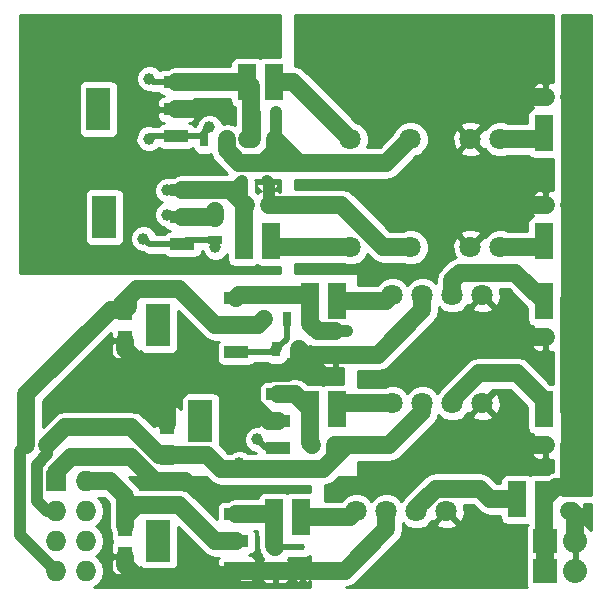
<source format=gtl>
G04 #@! TF.FileFunction,Copper,L1,Top,Signal*
%FSLAX46Y46*%
G04 Gerber Fmt 4.6, Leading zero omitted, Abs format (unit mm)*
G04 Created by KiCad (PCBNEW 4.0.1-3.201512221402+6198~38~ubuntu14.04.1-stable) date Wed 03 Feb 2016 12:26:22 GMT*
%MOMM*%
G01*
G04 APERTURE LIST*
%ADD10C,0.100000*%
%ADD11R,1.250000X1.000000*%
%ADD12R,1.000000X1.250000*%
%ADD13R,1.230000X1.800000*%
%ADD14C,1.800000*%
%ADD15R,1.520000X3.050000*%
%ADD16R,0.700000X1.300000*%
%ADD17R,1.300000X0.700000*%
%ADD18R,2.032000X3.657600*%
%ADD19R,2.032000X1.016000*%
%ADD20R,2.032000X2.032000*%
%ADD21O,2.032000X2.032000*%
%ADD22R,1.727200X1.727200*%
%ADD23O,1.727200X1.727200*%
%ADD24R,0.590000X0.450000*%
%ADD25R,0.450000X0.590000*%
%ADD26C,1.500000*%
%ADD27C,1.000000*%
%ADD28C,1.500000*%
%ADD29C,0.508000*%
%ADD30C,1.016000*%
%ADD31C,0.254000*%
G04 APERTURE END LIST*
D10*
D11*
X147320000Y-140732000D03*
X147320000Y-142732000D03*
D12*
X147304000Y-128016000D03*
X145304000Y-128016000D03*
X147304000Y-137160000D03*
X145304000Y-137160000D03*
X147304000Y-116840000D03*
X145304000Y-116840000D03*
X147304000Y-107696000D03*
X145304000Y-107696000D03*
D11*
X122428000Y-145812000D03*
X122428000Y-147812000D03*
X127508000Y-127524000D03*
X127508000Y-129524000D03*
D12*
X125492000Y-137160000D03*
X127492000Y-137160000D03*
X119904000Y-116840000D03*
X121904000Y-116840000D03*
X120412000Y-111252000D03*
X122412000Y-111252000D03*
D13*
X109728000Y-146598000D03*
X109728000Y-143978000D03*
X113284000Y-137962000D03*
X113284000Y-135342000D03*
D14*
X131826000Y-142748000D03*
X129286000Y-142748000D03*
X134366000Y-142748000D03*
X136906000Y-142748000D03*
X134874000Y-124460000D03*
X132334000Y-124460000D03*
X137414000Y-124460000D03*
X139954000Y-124460000D03*
X134874000Y-133604000D03*
X132334000Y-133604000D03*
X137414000Y-133604000D03*
X139954000Y-133604000D03*
X141478000Y-120396000D03*
X138938000Y-120396000D03*
X133858000Y-120396000D03*
X128778000Y-120396000D03*
X141478000Y-111252000D03*
X138938000Y-111252000D03*
X133858000Y-111252000D03*
X128778000Y-111252000D03*
D15*
X145163000Y-141732000D03*
X142873000Y-141732000D03*
X147449000Y-124968000D03*
X145159000Y-124968000D03*
X147449000Y-134112000D03*
X145159000Y-134112000D03*
X147449000Y-119888000D03*
X145159000Y-119888000D03*
X147449000Y-110744000D03*
X145159000Y-110744000D03*
X124589000Y-143256000D03*
X122299000Y-143256000D03*
X127637000Y-124968000D03*
X125347000Y-124968000D03*
X127637000Y-134112000D03*
X125347000Y-134112000D03*
X122049000Y-119888000D03*
X119759000Y-119888000D03*
X122303000Y-106426000D03*
X120013000Y-106426000D03*
D16*
X122494000Y-129032000D03*
X124394000Y-129032000D03*
X116398000Y-111252000D03*
X118298000Y-111252000D03*
X121478000Y-126492000D03*
X123378000Y-126492000D03*
D17*
X117348000Y-117922000D03*
X117348000Y-119822000D03*
D18*
X107950000Y-117856000D03*
D19*
X114554000Y-117856000D03*
X114554000Y-115570000D03*
X114554000Y-120142000D03*
D18*
X112522000Y-145288000D03*
D19*
X119126000Y-145288000D03*
X119126000Y-143002000D03*
X119126000Y-147574000D03*
D18*
X112522000Y-127000000D03*
D19*
X119126000Y-127000000D03*
X119126000Y-124714000D03*
X119126000Y-129286000D03*
D18*
X107442000Y-108712000D03*
D19*
X114046000Y-108712000D03*
X114046000Y-106426000D03*
X114046000Y-110998000D03*
D18*
X116078000Y-135128000D03*
D19*
X122682000Y-135128000D03*
X122682000Y-132842000D03*
X122682000Y-137414000D03*
D13*
X109728000Y-128310000D03*
X109728000Y-125690000D03*
D20*
X145288000Y-147828000D03*
D21*
X147828000Y-147828000D03*
D22*
X103886000Y-140208000D03*
D23*
X106426000Y-140208000D03*
X103886000Y-142748000D03*
X106426000Y-142748000D03*
X103886000Y-145288000D03*
X106426000Y-145288000D03*
X103886000Y-147828000D03*
X106426000Y-147828000D03*
D20*
X145288000Y-145288000D03*
D21*
X147828000Y-145288000D03*
D24*
X120357000Y-108966000D03*
X122467000Y-108966000D03*
X119595000Y-114808000D03*
X121705000Y-114808000D03*
D25*
X124714000Y-145757000D03*
X124714000Y-147867000D03*
D26*
X144272000Y-107696000D03*
X144272000Y-116840000D03*
X144272000Y-128016000D03*
X144272000Y-137160000D03*
X116332000Y-147320000D03*
X114808000Y-140208000D03*
D27*
X128524000Y-127508000D03*
X113284000Y-115570000D03*
X119380000Y-138684000D03*
X122460000Y-129032000D03*
X111252000Y-119673000D03*
X117348000Y-120396000D03*
X111712504Y-111204504D03*
X116840000Y-110236000D03*
X124460000Y-129032000D03*
D26*
X105156000Y-133604000D03*
D27*
X120904000Y-134112000D03*
X125476000Y-135636000D03*
X111760000Y-106133000D03*
D26*
X115697000Y-108585000D03*
X118298000Y-112202000D03*
D27*
X113284000Y-117641000D03*
X117282000Y-117324002D03*
X120904000Y-136652000D03*
D28*
X147304000Y-137160000D02*
X147449000Y-137015000D01*
X147449000Y-137015000D02*
X147449000Y-134112000D01*
X147320000Y-140732000D02*
X147304000Y-140716000D01*
X147304000Y-140716000D02*
X147304000Y-137160000D01*
X147449000Y-134112000D02*
X147304000Y-133967000D01*
X147304000Y-133967000D02*
X147304000Y-128016000D01*
X147304000Y-134257000D02*
X147449000Y-134112000D01*
X147449000Y-124968000D02*
X147449000Y-119888000D01*
X147304000Y-116840000D02*
X147449000Y-116695000D01*
X147449000Y-116695000D02*
X147449000Y-107841000D01*
X147449000Y-107841000D02*
X147304000Y-107696000D01*
X147320000Y-140732000D02*
X146163000Y-140732000D01*
X146163000Y-140732000D02*
X145163000Y-141732000D01*
X147304000Y-124823000D02*
X147304000Y-128016000D01*
X147449000Y-116695000D02*
X147449000Y-119888000D01*
X147304000Y-124823000D02*
X147449000Y-124968000D01*
X147449000Y-134112000D02*
X147304000Y-134257000D01*
X145163000Y-145163000D02*
X145163000Y-141732000D01*
X145288000Y-145288000D02*
X145163000Y-145163000D01*
X145288000Y-147828000D02*
X145288000Y-145288000D01*
X147320000Y-142732000D02*
X147574000Y-142732000D01*
X147574000Y-142732000D02*
X147828000Y-142986000D01*
X147828000Y-142986000D02*
X147320000Y-142732000D01*
X145304000Y-107696000D02*
X144272000Y-107696000D01*
X145304000Y-116840000D02*
X144272000Y-116840000D01*
X145304000Y-137160000D02*
X144272000Y-137160000D01*
X145304000Y-128016000D02*
X144272000Y-128016000D01*
X147828000Y-142986000D02*
X147828000Y-145288000D01*
X103886000Y-140208000D02*
X103886000Y-139446000D01*
X103886000Y-139446000D02*
X105156000Y-138176000D01*
X112268000Y-140208000D02*
X114808000Y-140208000D01*
X110236000Y-138176000D02*
X112268000Y-140208000D01*
X105156000Y-138176000D02*
X110236000Y-138176000D01*
X118618000Y-148336000D02*
X117348000Y-148336000D01*
X118618000Y-148336000D02*
X118634000Y-148066000D01*
X119364000Y-147812000D02*
X122428000Y-147812000D01*
X128286000Y-147812000D02*
X122428000Y-147812000D01*
X131826000Y-142748000D02*
X131826000Y-144272000D01*
X131826000Y-144272000D02*
X128286000Y-147812000D01*
X119142000Y-147812000D02*
X119364000Y-147812000D01*
X118618000Y-148336000D02*
X119142000Y-147812000D01*
X116332000Y-147320000D02*
X115316000Y-148336000D01*
X116332000Y-147320000D02*
X117348000Y-148336000D01*
X117348000Y-148336000D02*
X115316000Y-148336000D01*
X115316000Y-148336000D02*
X110744000Y-148336000D01*
X110744000Y-148336000D02*
X109728000Y-147320000D01*
X109728000Y-147320000D02*
X109728000Y-146598000D01*
D29*
X124714000Y-145757000D02*
X124659000Y-145812000D01*
D28*
X122045000Y-143002000D02*
X122299000Y-143256000D01*
X119126000Y-143002000D02*
X122045000Y-143002000D01*
X122299000Y-145683000D02*
X122299000Y-143256000D01*
X122428000Y-145812000D02*
X122299000Y-145683000D01*
D29*
X124659000Y-145812000D02*
X122428000Y-145812000D01*
D28*
X125347000Y-124968000D02*
X124839000Y-124460000D01*
X124839000Y-124460000D02*
X119380000Y-124460000D01*
X119380000Y-124460000D02*
X119126000Y-124714000D01*
X125347000Y-126109000D02*
X125347000Y-126871000D01*
X125347000Y-124968000D02*
X125347000Y-126871000D01*
X126000000Y-127524000D02*
X127508000Y-127524000D01*
X125347000Y-126871000D02*
X126000000Y-127524000D01*
D30*
X127524000Y-127508000D02*
X128524000Y-127508000D01*
X127508000Y-127524000D02*
X127524000Y-127508000D01*
D29*
X114554000Y-115570000D02*
X113284000Y-115570000D01*
D28*
X119759000Y-116985000D02*
X119904000Y-116840000D01*
X119759000Y-119888000D02*
X119759000Y-116985000D01*
X119634000Y-116570000D02*
X118634000Y-115570000D01*
X119904000Y-116840000D02*
X119634000Y-116570000D01*
X118634000Y-115570000D02*
X114554000Y-115570000D01*
D30*
X118833000Y-115570000D02*
X118634000Y-115570000D01*
X119595000Y-115863000D02*
X119634000Y-115824000D01*
X119634000Y-115824000D02*
X119634000Y-116570000D01*
X119595000Y-116531000D02*
X119595000Y-115863000D01*
X119595000Y-114808000D02*
X118833000Y-115570000D01*
X119595000Y-114808000D02*
X119595000Y-116531000D01*
D28*
X128524000Y-137160000D02*
X127492000Y-138192000D01*
D30*
X103124002Y-142748000D02*
X102235001Y-141858999D01*
X102235001Y-138811001D02*
X102235001Y-141858999D01*
D28*
X127492000Y-137160000D02*
X127492000Y-138192000D01*
X127492000Y-138192000D02*
X126492000Y-139192000D01*
X127492000Y-137160000D02*
X128524000Y-137160000D01*
X128524000Y-137160000D02*
X132080000Y-137160000D01*
X132080000Y-137160000D02*
X134874000Y-134366000D01*
X134874000Y-134366000D02*
X134874000Y-133604000D01*
D30*
X103124002Y-142748000D02*
X103886000Y-142748000D01*
X103124000Y-137922002D02*
X103124000Y-137160000D01*
X102235001Y-138811001D02*
X103124000Y-137922002D01*
D28*
X103124000Y-137160000D02*
X104648000Y-135636000D01*
X104648000Y-135636000D02*
X110236000Y-135636000D01*
X112562000Y-137962000D02*
X113284000Y-137962000D01*
X110236000Y-135636000D02*
X112562000Y-137962000D01*
X116626000Y-137962000D02*
X113284000Y-137962000D01*
X126492000Y-139192000D02*
X119380000Y-139192000D01*
X117856000Y-139192000D02*
X116626000Y-137962000D01*
D29*
X119380000Y-138684000D02*
X119380000Y-139192000D01*
D28*
X119380000Y-139192000D02*
X117856000Y-139192000D01*
X106426000Y-140208000D02*
X108458000Y-140208000D01*
X108458000Y-140208000D02*
X109728000Y-141478000D01*
X106426000Y-140208000D02*
X107188000Y-140208000D01*
X119126000Y-145288000D02*
X117348000Y-145288000D01*
X109728000Y-141478000D02*
X109728000Y-142748000D01*
X114300000Y-142240000D02*
X110744000Y-142240000D01*
X114300000Y-142240000D02*
X117348000Y-145288000D01*
X109728000Y-143978000D02*
X109728000Y-142748000D01*
X110744000Y-142240000D02*
X109728000Y-143256000D01*
X109728000Y-143256000D02*
X109728000Y-143978000D01*
X119126000Y-127000000D02*
X120970000Y-127000000D01*
D30*
X100838000Y-144780000D02*
X100838000Y-137668000D01*
X100838000Y-137668000D02*
X101346000Y-137160000D01*
X103886000Y-147828000D02*
X100838000Y-144780000D01*
D28*
X119126000Y-127000000D02*
X117348000Y-127000000D01*
X101346000Y-137160000D02*
X101346000Y-132842000D01*
X117348000Y-127000000D02*
X114300000Y-123952000D01*
X114300000Y-123952000D02*
X110744000Y-123952000D01*
X101346000Y-132842000D02*
X108498000Y-125690000D01*
X110744000Y-123952000D02*
X109982000Y-124714000D01*
X109982000Y-124714000D02*
X109982000Y-125436000D01*
X108498000Y-125690000D02*
X109006000Y-125690000D01*
X109006000Y-125690000D02*
X109982000Y-124714000D01*
X109982000Y-125436000D02*
X109728000Y-125690000D01*
X108498000Y-125690000D02*
X109728000Y-125690000D01*
X109982000Y-124714000D02*
X109728000Y-124968000D01*
X120970000Y-127000000D02*
X121478000Y-126492000D01*
X128778000Y-143256000D02*
X124589000Y-143256000D01*
X129286000Y-142748000D02*
X128778000Y-143256000D01*
X134366000Y-142748000D02*
X134366000Y-142470078D01*
X134366000Y-142470078D02*
X135992079Y-140843999D01*
X135992079Y-140843999D02*
X139724999Y-140843999D01*
X139724999Y-140843999D02*
X140613000Y-141732000D01*
X140613000Y-141732000D02*
X142873000Y-141732000D01*
X132334000Y-124460000D02*
X131826000Y-124968000D01*
X131826000Y-124968000D02*
X127637000Y-124968000D01*
X137414000Y-124460000D02*
X137414000Y-123187208D01*
X137414000Y-123187208D02*
X138045209Y-122555999D01*
X138045209Y-122555999D02*
X142746999Y-122555999D01*
X142746999Y-122555999D02*
X145159000Y-124968000D01*
X137414000Y-133604000D02*
X137414000Y-133326078D01*
X137414000Y-133326078D02*
X139653078Y-131087000D01*
X139653078Y-131087000D02*
X142899000Y-131087000D01*
X142899000Y-131087000D02*
X145159000Y-133347000D01*
X145159000Y-133347000D02*
X145159000Y-134112000D01*
X144651000Y-120396000D02*
X141478000Y-120396000D01*
X145159000Y-119888000D02*
X144651000Y-120396000D01*
X122557000Y-120396000D02*
X122049000Y-119888000D01*
X128778000Y-120396000D02*
X122557000Y-120396000D01*
X144651000Y-111252000D02*
X141478000Y-111252000D01*
X145159000Y-110744000D02*
X144651000Y-111252000D01*
D29*
X119126000Y-129286000D02*
X122240000Y-129286000D01*
X122240000Y-129286000D02*
X123378000Y-128148000D01*
X123378000Y-128148000D02*
X123378000Y-126492000D01*
X111760000Y-120142000D02*
X111291000Y-119673000D01*
X111291000Y-119673000D02*
X111252000Y-119673000D01*
X114554000Y-120142000D02*
X111760000Y-120142000D01*
X114874000Y-119822000D02*
X117348000Y-119822000D01*
X114554000Y-120142000D02*
X114874000Y-119822000D01*
X117348000Y-119822000D02*
X117348000Y-120396000D01*
X114046000Y-110998000D02*
X111919008Y-110998000D01*
X111919008Y-110998000D02*
X111712504Y-111204504D01*
X116840000Y-110236000D02*
X116398000Y-110678000D01*
X116398000Y-110678000D02*
X116398000Y-111252000D01*
X116144000Y-110998000D02*
X116398000Y-111252000D01*
X114046000Y-110998000D02*
X116144000Y-110998000D01*
D28*
X109728000Y-128310000D02*
X109728000Y-129032000D01*
X109728000Y-129032000D02*
X112776000Y-132080000D01*
X112776000Y-132080000D02*
X114808000Y-132080000D01*
X124452000Y-130040000D02*
X124452000Y-129090000D01*
X124452000Y-129090000D02*
X124394000Y-129032000D01*
X113284000Y-135342000D02*
X113284000Y-135128000D01*
X113284000Y-135128000D02*
X111760000Y-133604000D01*
X113284000Y-133604000D02*
X111760000Y-133604000D01*
X111760000Y-133604000D02*
X105156000Y-133604000D01*
X113284000Y-135342000D02*
X113284000Y-133604000D01*
X113284000Y-133604000D02*
X114808000Y-132080000D01*
X124968000Y-129524000D02*
X124452000Y-130040000D01*
X124452000Y-130040000D02*
X123428000Y-131064000D01*
X123428000Y-131064000D02*
X121412000Y-131064000D01*
X127508000Y-129524000D02*
X124968000Y-129524000D01*
X124968000Y-129524000D02*
X124886000Y-129524000D01*
X124886000Y-129524000D02*
X124394000Y-129032000D01*
X120904000Y-134112000D02*
X121920000Y-135128000D01*
X121920000Y-135128000D02*
X122682000Y-135128000D01*
X127508000Y-129524000D02*
X131080000Y-129524000D01*
X134874000Y-125730000D02*
X134874000Y-124460000D01*
X131080000Y-129524000D02*
X134874000Y-125730000D01*
X119634000Y-132842000D02*
X120904000Y-134112000D01*
X120396000Y-132080000D02*
X119634000Y-132842000D01*
X118872000Y-132080000D02*
X119634000Y-132842000D01*
X114808000Y-132080000D02*
X118872000Y-132080000D01*
X118872000Y-132080000D02*
X120396000Y-132080000D01*
X121412000Y-131064000D02*
X120396000Y-132080000D01*
X122682000Y-132842000D02*
X124077000Y-132842000D01*
X124077000Y-132842000D02*
X125347000Y-134112000D01*
X125347000Y-134112000D02*
X125347000Y-137015000D01*
X125347000Y-137015000D02*
X125492000Y-137160000D01*
D30*
X125347000Y-135507000D02*
X125476000Y-135636000D01*
X125347000Y-134112000D02*
X125347000Y-135507000D01*
D29*
X114046000Y-106426000D02*
X112053000Y-106426000D01*
X112053000Y-106426000D02*
X111760000Y-106133000D01*
D28*
X120013000Y-106426000D02*
X117602000Y-106426000D01*
X117602000Y-106426000D02*
X114046000Y-106426000D01*
D29*
X117602000Y-106348000D02*
X117602000Y-106426000D01*
D28*
X120013000Y-106426000D02*
X120158000Y-106571000D01*
X120357000Y-106770000D02*
X120013000Y-106426000D01*
X120412000Y-111252000D02*
X120357000Y-111197000D01*
X120357000Y-106770000D02*
X120013000Y-106426000D01*
X120357000Y-108966000D02*
X120357000Y-106770000D01*
X120052002Y-111252000D02*
X120412000Y-111252000D01*
X120357000Y-110947002D02*
X120052002Y-111252000D01*
X120412000Y-109021000D02*
X120357000Y-108966000D01*
X120357000Y-108966000D02*
X120357000Y-110947002D01*
X120412000Y-111252000D02*
X120412000Y-109021000D01*
X127637000Y-134112000D02*
X128145000Y-133604000D01*
X128145000Y-133604000D02*
X132334000Y-133604000D01*
X123952000Y-106426000D02*
X128778000Y-111252000D01*
X122303000Y-106426000D02*
X123952000Y-106426000D01*
D30*
X121904000Y-115007000D02*
X121904000Y-116840000D01*
X121705000Y-114808000D02*
X121904000Y-115007000D01*
D28*
X115570000Y-108712000D02*
X115697000Y-108585000D01*
X114046000Y-108712000D02*
X115570000Y-108712000D01*
X128016000Y-116840000D02*
X131572000Y-120396000D01*
X131572000Y-120396000D02*
X133858000Y-120396000D01*
X121904000Y-116840000D02*
X128016000Y-116840000D01*
X118298000Y-111252000D02*
X118298000Y-112202000D01*
X118298000Y-112202000D02*
X119380000Y-113284000D01*
X121412000Y-113284000D02*
X122412000Y-112284000D01*
X124444000Y-113284000D02*
X121412000Y-113284000D01*
X121412000Y-113284000D02*
X121920000Y-113284000D01*
X122412000Y-112792000D02*
X122428000Y-112776000D01*
X122428000Y-112776000D02*
X122428000Y-112268000D01*
X122428000Y-112268000D02*
X122428000Y-112776000D01*
X119380000Y-113284000D02*
X121920000Y-113284000D01*
X121920000Y-113284000D02*
X122428000Y-112776000D01*
X122428000Y-112776000D02*
X123182000Y-112022000D01*
X124444000Y-113284000D02*
X123182000Y-112022000D01*
X131826000Y-113284000D02*
X124444000Y-113284000D01*
X122412000Y-112284000D02*
X122412000Y-111252000D01*
X122412000Y-111252000D02*
X122412000Y-112792000D01*
X133858000Y-111252000D02*
X131826000Y-113284000D01*
X123182000Y-112022000D02*
X122412000Y-111252000D01*
D30*
X122467000Y-111197000D02*
X122412000Y-111252000D01*
X122467000Y-108966000D02*
X122467000Y-111197000D01*
D29*
X113538000Y-117856000D02*
X113323000Y-117641000D01*
X113323000Y-117641000D02*
X113284000Y-117641000D01*
X114554000Y-117856000D02*
X113538000Y-117856000D01*
D28*
X117282000Y-117856000D02*
X117282000Y-117324002D01*
X117348000Y-117922000D02*
X117282000Y-117856000D01*
X117282000Y-117856000D02*
X114554000Y-117856000D01*
D29*
X120904000Y-136652000D02*
X121666000Y-137414000D01*
X121666000Y-137414000D02*
X122682000Y-137414000D01*
D31*
G36*
X149175000Y-141351000D02*
X147594109Y-141351000D01*
X147574000Y-141347000D01*
X147320000Y-141347000D01*
X147299891Y-141351000D01*
X146685000Y-141351000D01*
X146685000Y-137180109D01*
X146689000Y-137160000D01*
X146685000Y-137139891D01*
X146685000Y-128036109D01*
X146689000Y-128016000D01*
X146685000Y-127995891D01*
X146685000Y-116860109D01*
X146689000Y-116840000D01*
X146685000Y-116819891D01*
X146685000Y-107716109D01*
X146689000Y-107696000D01*
X146685000Y-107675891D01*
X146685000Y-100761000D01*
X149175000Y-100761000D01*
X149175000Y-141351000D01*
X149175000Y-141351000D01*
G37*
X149175000Y-141351000D02*
X147594109Y-141351000D01*
X147574000Y-141347000D01*
X147320000Y-141347000D01*
X147299891Y-141351000D01*
X146685000Y-141351000D01*
X146685000Y-137180109D01*
X146689000Y-137160000D01*
X146685000Y-137139891D01*
X146685000Y-128036109D01*
X146689000Y-128016000D01*
X146685000Y-127995891D01*
X146685000Y-116860109D01*
X146689000Y-116840000D01*
X146685000Y-116819891D01*
X146685000Y-107716109D01*
X146689000Y-107696000D01*
X146685000Y-107675891D01*
X146685000Y-100761000D01*
X149175000Y-100761000D01*
X149175000Y-141351000D01*
G36*
X139633657Y-142711343D02*
X140082983Y-143011573D01*
X140613000Y-143117000D01*
X141465560Y-143117000D01*
X141465560Y-143257000D01*
X141509838Y-143492317D01*
X141648910Y-143708441D01*
X141861110Y-143853431D01*
X142113000Y-143904440D01*
X143633000Y-143904440D01*
X143772543Y-143878183D01*
X143675569Y-144020110D01*
X143624560Y-144272000D01*
X143624560Y-146304000D01*
X143668838Y-146539317D01*
X143678993Y-146555099D01*
X143675569Y-146560110D01*
X143624560Y-146812000D01*
X143624560Y-148844000D01*
X143668838Y-149079317D01*
X143730408Y-149175000D01*
X128396601Y-149175000D01*
X128816017Y-149091573D01*
X129265343Y-148791343D01*
X132805343Y-145251343D01*
X132933121Y-145060110D01*
X133105573Y-144802017D01*
X133211000Y-144272000D01*
X133211000Y-143763696D01*
X133495357Y-144048551D01*
X134059330Y-144282733D01*
X134669991Y-144283265D01*
X135234371Y-144050068D01*
X135456668Y-143828159D01*
X136005446Y-143828159D01*
X136091852Y-144084643D01*
X136665336Y-144294458D01*
X137275460Y-144268839D01*
X137720148Y-144084643D01*
X137806554Y-143828159D01*
X136906000Y-142927605D01*
X136005446Y-143828159D01*
X135456668Y-143828159D01*
X135666551Y-143618643D01*
X135675203Y-143597806D01*
X135825841Y-143648554D01*
X136726395Y-142748000D01*
X136712253Y-142733858D01*
X136891858Y-142554253D01*
X136906000Y-142568395D01*
X136920143Y-142554253D01*
X137099748Y-142733858D01*
X137085605Y-142748000D01*
X137986159Y-143648554D01*
X138242643Y-143562148D01*
X138452458Y-142988664D01*
X138426839Y-142378540D01*
X138364897Y-142228999D01*
X139151313Y-142228999D01*
X139633657Y-142711343D01*
X139633657Y-142711343D01*
G37*
X139633657Y-142711343D02*
X140082983Y-143011573D01*
X140613000Y-143117000D01*
X141465560Y-143117000D01*
X141465560Y-143257000D01*
X141509838Y-143492317D01*
X141648910Y-143708441D01*
X141861110Y-143853431D01*
X142113000Y-143904440D01*
X143633000Y-143904440D01*
X143772543Y-143878183D01*
X143675569Y-144020110D01*
X143624560Y-144272000D01*
X143624560Y-146304000D01*
X143668838Y-146539317D01*
X143678993Y-146555099D01*
X143675569Y-146560110D01*
X143624560Y-146812000D01*
X143624560Y-148844000D01*
X143668838Y-149079317D01*
X143730408Y-149175000D01*
X128396601Y-149175000D01*
X128816017Y-149091573D01*
X129265343Y-148791343D01*
X132805343Y-145251343D01*
X132933121Y-145060110D01*
X133105573Y-144802017D01*
X133211000Y-144272000D01*
X133211000Y-143763696D01*
X133495357Y-144048551D01*
X134059330Y-144282733D01*
X134669991Y-144283265D01*
X135234371Y-144050068D01*
X135456668Y-143828159D01*
X136005446Y-143828159D01*
X136091852Y-144084643D01*
X136665336Y-144294458D01*
X137275460Y-144268839D01*
X137720148Y-144084643D01*
X137806554Y-143828159D01*
X136906000Y-142927605D01*
X136005446Y-143828159D01*
X135456668Y-143828159D01*
X135666551Y-143618643D01*
X135675203Y-143597806D01*
X135825841Y-143648554D01*
X136726395Y-142748000D01*
X136712253Y-142733858D01*
X136891858Y-142554253D01*
X136906000Y-142568395D01*
X136920143Y-142554253D01*
X137099748Y-142733858D01*
X137085605Y-142748000D01*
X137986159Y-143648554D01*
X138242643Y-143562148D01*
X138452458Y-142988664D01*
X138426839Y-142378540D01*
X138364897Y-142228999D01*
X139151313Y-142228999D01*
X139633657Y-142711343D01*
G36*
X147955000Y-145161000D02*
X147975000Y-145161000D01*
X147975000Y-145415000D01*
X147955000Y-145415000D01*
X147955000Y-147701000D01*
X147975000Y-147701000D01*
X147975000Y-147955000D01*
X147955000Y-147955000D01*
X147955000Y-147975000D01*
X147701000Y-147975000D01*
X147701000Y-147955000D01*
X147681000Y-147955000D01*
X147681000Y-147701000D01*
X147701000Y-147701000D01*
X147701000Y-145415000D01*
X147681000Y-145415000D01*
X147681000Y-145161000D01*
X147701000Y-145161000D01*
X147701000Y-145141000D01*
X147955000Y-145141000D01*
X147955000Y-145161000D01*
X147955000Y-145161000D01*
G37*
X147955000Y-145161000D02*
X147975000Y-145161000D01*
X147975000Y-145415000D01*
X147955000Y-145415000D01*
X147955000Y-147701000D01*
X147975000Y-147701000D01*
X147975000Y-147955000D01*
X147955000Y-147955000D01*
X147955000Y-147975000D01*
X147701000Y-147975000D01*
X147701000Y-147955000D01*
X147681000Y-147955000D01*
X147681000Y-147701000D01*
X147701000Y-147701000D01*
X147701000Y-145415000D01*
X147681000Y-145415000D01*
X147681000Y-145161000D01*
X147701000Y-145161000D01*
X147701000Y-145141000D01*
X147955000Y-145141000D01*
X147955000Y-145161000D01*
G36*
X149175000Y-144340991D02*
X149165188Y-144319621D01*
X148692818Y-143881615D01*
X148339679Y-143735347D01*
X148483327Y-143591698D01*
X148580000Y-143358309D01*
X148580000Y-143017750D01*
X148421250Y-142859000D01*
X147447000Y-142859000D01*
X147447000Y-142879000D01*
X147193000Y-142879000D01*
X147193000Y-142859000D01*
X147173000Y-142859000D01*
X147173000Y-142605000D01*
X147193000Y-142605000D01*
X147193000Y-142585000D01*
X147447000Y-142585000D01*
X147447000Y-142605000D01*
X148421250Y-142605000D01*
X148580000Y-142446250D01*
X148580000Y-142113000D01*
X149175000Y-142113000D01*
X149175000Y-144340991D01*
X149175000Y-144340991D01*
G37*
X149175000Y-144340991D02*
X149165188Y-144319621D01*
X148692818Y-143881615D01*
X148339679Y-143735347D01*
X148483327Y-143591698D01*
X148580000Y-143358309D01*
X148580000Y-143017750D01*
X148421250Y-142859000D01*
X147447000Y-142859000D01*
X147447000Y-142879000D01*
X147193000Y-142879000D01*
X147193000Y-142859000D01*
X147173000Y-142859000D01*
X147173000Y-142605000D01*
X147193000Y-142605000D01*
X147193000Y-142585000D01*
X147447000Y-142585000D01*
X147447000Y-142605000D01*
X148421250Y-142605000D01*
X148580000Y-142446250D01*
X148580000Y-142113000D01*
X149175000Y-142113000D01*
X149175000Y-144340991D01*
G36*
X143751560Y-133898246D02*
X143751560Y-135637000D01*
X143795838Y-135872317D01*
X143934910Y-136088441D01*
X144147110Y-136233431D01*
X144234283Y-136251084D01*
X144169000Y-136408690D01*
X144169000Y-136874250D01*
X144327750Y-137033000D01*
X145177000Y-137033000D01*
X145177000Y-137013000D01*
X145431000Y-137013000D01*
X145431000Y-137033000D01*
X145451000Y-137033000D01*
X145451000Y-137287000D01*
X145431000Y-137287000D01*
X145431000Y-138261250D01*
X145589750Y-138420000D01*
X145919000Y-138420000D01*
X145919000Y-139395534D01*
X145632984Y-139452426D01*
X145472647Y-139559560D01*
X144403000Y-139559560D01*
X144167683Y-139603838D01*
X144016973Y-139700817D01*
X143884890Y-139610569D01*
X143633000Y-139559560D01*
X142113000Y-139559560D01*
X141877683Y-139603838D01*
X141661559Y-139742910D01*
X141516569Y-139955110D01*
X141465560Y-140207000D01*
X141465560Y-140347000D01*
X141186686Y-140347000D01*
X140704342Y-139864656D01*
X140559551Y-139767910D01*
X140255016Y-139564426D01*
X139724999Y-139458999D01*
X135992079Y-139458999D01*
X135462062Y-139564426D01*
X135157527Y-139767910D01*
X135012736Y-139864656D01*
X133386657Y-141490735D01*
X133254271Y-141688865D01*
X133095677Y-141847182D01*
X132696643Y-141447449D01*
X132132670Y-141213267D01*
X131522009Y-141212735D01*
X130957629Y-141445932D01*
X130555677Y-141847182D01*
X130156643Y-141447449D01*
X129592670Y-141213267D01*
X128982009Y-141212735D01*
X128417629Y-141445932D01*
X127991817Y-141871000D01*
X126619000Y-141871000D01*
X126619000Y-140551738D01*
X127022017Y-140471573D01*
X127471343Y-140171343D01*
X127815686Y-139827000D01*
X129286000Y-139827000D01*
X129335410Y-139816994D01*
X129377035Y-139788553D01*
X129404315Y-139746159D01*
X129413000Y-139700000D01*
X129413000Y-138545000D01*
X132080000Y-138545000D01*
X132610017Y-138439573D01*
X133059343Y-138139343D01*
X133752936Y-137445750D01*
X144169000Y-137445750D01*
X144169000Y-137911310D01*
X144265673Y-138144699D01*
X144444302Y-138323327D01*
X144677691Y-138420000D01*
X145018250Y-138420000D01*
X145177000Y-138261250D01*
X145177000Y-137287000D01*
X144327750Y-137287000D01*
X144169000Y-137445750D01*
X133752936Y-137445750D01*
X135853343Y-135345343D01*
X136153574Y-134896016D01*
X136216922Y-134577544D01*
X136543357Y-134904551D01*
X137107330Y-135138733D01*
X137717991Y-135139265D01*
X138282371Y-134906068D01*
X138504668Y-134684159D01*
X139053446Y-134684159D01*
X139139852Y-134940643D01*
X139713336Y-135150458D01*
X140323460Y-135124839D01*
X140768148Y-134940643D01*
X140854554Y-134684159D01*
X139954000Y-133783605D01*
X139053446Y-134684159D01*
X138504668Y-134684159D01*
X138714551Y-134474643D01*
X138723203Y-134453806D01*
X138873841Y-134504554D01*
X139774395Y-133604000D01*
X140133605Y-133604000D01*
X141034159Y-134504554D01*
X141290643Y-134418148D01*
X141500458Y-133844664D01*
X141474839Y-133234540D01*
X141290643Y-132789852D01*
X141034159Y-132703446D01*
X140133605Y-133604000D01*
X139774395Y-133604000D01*
X139760253Y-133589858D01*
X139939858Y-133410253D01*
X139954000Y-133424395D01*
X140854554Y-132523841D01*
X140837089Y-132472000D01*
X142325314Y-132472000D01*
X143751560Y-133898246D01*
X143751560Y-133898246D01*
G37*
X143751560Y-133898246D02*
X143751560Y-135637000D01*
X143795838Y-135872317D01*
X143934910Y-136088441D01*
X144147110Y-136233431D01*
X144234283Y-136251084D01*
X144169000Y-136408690D01*
X144169000Y-136874250D01*
X144327750Y-137033000D01*
X145177000Y-137033000D01*
X145177000Y-137013000D01*
X145431000Y-137013000D01*
X145431000Y-137033000D01*
X145451000Y-137033000D01*
X145451000Y-137287000D01*
X145431000Y-137287000D01*
X145431000Y-138261250D01*
X145589750Y-138420000D01*
X145919000Y-138420000D01*
X145919000Y-139395534D01*
X145632984Y-139452426D01*
X145472647Y-139559560D01*
X144403000Y-139559560D01*
X144167683Y-139603838D01*
X144016973Y-139700817D01*
X143884890Y-139610569D01*
X143633000Y-139559560D01*
X142113000Y-139559560D01*
X141877683Y-139603838D01*
X141661559Y-139742910D01*
X141516569Y-139955110D01*
X141465560Y-140207000D01*
X141465560Y-140347000D01*
X141186686Y-140347000D01*
X140704342Y-139864656D01*
X140559551Y-139767910D01*
X140255016Y-139564426D01*
X139724999Y-139458999D01*
X135992079Y-139458999D01*
X135462062Y-139564426D01*
X135157527Y-139767910D01*
X135012736Y-139864656D01*
X133386657Y-141490735D01*
X133254271Y-141688865D01*
X133095677Y-141847182D01*
X132696643Y-141447449D01*
X132132670Y-141213267D01*
X131522009Y-141212735D01*
X130957629Y-141445932D01*
X130555677Y-141847182D01*
X130156643Y-141447449D01*
X129592670Y-141213267D01*
X128982009Y-141212735D01*
X128417629Y-141445932D01*
X127991817Y-141871000D01*
X126619000Y-141871000D01*
X126619000Y-140551738D01*
X127022017Y-140471573D01*
X127471343Y-140171343D01*
X127815686Y-139827000D01*
X129286000Y-139827000D01*
X129335410Y-139816994D01*
X129377035Y-139788553D01*
X129404315Y-139746159D01*
X129413000Y-139700000D01*
X129413000Y-138545000D01*
X132080000Y-138545000D01*
X132610017Y-138439573D01*
X133059343Y-138139343D01*
X133752936Y-137445750D01*
X144169000Y-137445750D01*
X144169000Y-137911310D01*
X144265673Y-138144699D01*
X144444302Y-138323327D01*
X144677691Y-138420000D01*
X145018250Y-138420000D01*
X145177000Y-138261250D01*
X145177000Y-137287000D01*
X144327750Y-137287000D01*
X144169000Y-137445750D01*
X133752936Y-137445750D01*
X135853343Y-135345343D01*
X136153574Y-134896016D01*
X136216922Y-134577544D01*
X136543357Y-134904551D01*
X137107330Y-135138733D01*
X137717991Y-135139265D01*
X138282371Y-134906068D01*
X138504668Y-134684159D01*
X139053446Y-134684159D01*
X139139852Y-134940643D01*
X139713336Y-135150458D01*
X140323460Y-135124839D01*
X140768148Y-134940643D01*
X140854554Y-134684159D01*
X139954000Y-133783605D01*
X139053446Y-134684159D01*
X138504668Y-134684159D01*
X138714551Y-134474643D01*
X138723203Y-134453806D01*
X138873841Y-134504554D01*
X139774395Y-133604000D01*
X140133605Y-133604000D01*
X141034159Y-134504554D01*
X141290643Y-134418148D01*
X141500458Y-133844664D01*
X141474839Y-133234540D01*
X141290643Y-132789852D01*
X141034159Y-132703446D01*
X140133605Y-133604000D01*
X139774395Y-133604000D01*
X139760253Y-133589858D01*
X139939858Y-133410253D01*
X139954000Y-133424395D01*
X140854554Y-132523841D01*
X140837089Y-132472000D01*
X142325314Y-132472000D01*
X143751560Y-133898246D01*
G36*
X143751560Y-125519246D02*
X143751560Y-126493000D01*
X143795838Y-126728317D01*
X143934910Y-126944441D01*
X144147110Y-127089431D01*
X144234283Y-127107084D01*
X144169000Y-127264690D01*
X144169000Y-127730250D01*
X144327750Y-127889000D01*
X145177000Y-127889000D01*
X145177000Y-127869000D01*
X145431000Y-127869000D01*
X145431000Y-127889000D01*
X145451000Y-127889000D01*
X145451000Y-128143000D01*
X145431000Y-128143000D01*
X145431000Y-129117250D01*
X145589750Y-129276000D01*
X145919000Y-129276000D01*
X145919000Y-131939560D01*
X145710246Y-131939560D01*
X143878343Y-130107657D01*
X143798065Y-130054017D01*
X143429017Y-129807427D01*
X142899000Y-129702000D01*
X139653078Y-129702000D01*
X139123061Y-129807427D01*
X138754013Y-130054017D01*
X138673735Y-130107657D01*
X136434657Y-132346735D01*
X136302271Y-132544865D01*
X136143677Y-132703182D01*
X135744643Y-132303449D01*
X135180670Y-132069267D01*
X134570009Y-132068735D01*
X134005629Y-132301932D01*
X133603677Y-132703182D01*
X133204643Y-132303449D01*
X132640670Y-132069267D01*
X132030009Y-132068735D01*
X131666340Y-132219000D01*
X129413000Y-132219000D01*
X129413000Y-130909000D01*
X131080000Y-130909000D01*
X131610017Y-130803573D01*
X132059343Y-130503343D01*
X134260936Y-128301750D01*
X144169000Y-128301750D01*
X144169000Y-128767310D01*
X144265673Y-129000699D01*
X144444302Y-129179327D01*
X144677691Y-129276000D01*
X145018250Y-129276000D01*
X145177000Y-129117250D01*
X145177000Y-128143000D01*
X144327750Y-128143000D01*
X144169000Y-128301750D01*
X134260936Y-128301750D01*
X135853343Y-126709343D01*
X135962998Y-126545233D01*
X136153573Y-126260017D01*
X136259000Y-125730000D01*
X136259000Y-125475696D01*
X136543357Y-125760551D01*
X137107330Y-125994733D01*
X137717991Y-125995265D01*
X138282371Y-125762068D01*
X138504668Y-125540159D01*
X139053446Y-125540159D01*
X139139852Y-125796643D01*
X139713336Y-126006458D01*
X140323460Y-125980839D01*
X140768148Y-125796643D01*
X140854554Y-125540159D01*
X139954000Y-124639605D01*
X139053446Y-125540159D01*
X138504668Y-125540159D01*
X138714551Y-125330643D01*
X138723203Y-125309806D01*
X138873841Y-125360554D01*
X139774395Y-124460000D01*
X139760253Y-124445858D01*
X139939858Y-124266253D01*
X139954000Y-124280395D01*
X139968143Y-124266253D01*
X140147748Y-124445858D01*
X140133605Y-124460000D01*
X141034159Y-125360554D01*
X141290643Y-125274148D01*
X141500458Y-124700664D01*
X141474839Y-124090540D01*
X141412897Y-123940999D01*
X142173313Y-123940999D01*
X143751560Y-125519246D01*
X143751560Y-125519246D01*
G37*
X143751560Y-125519246D02*
X143751560Y-126493000D01*
X143795838Y-126728317D01*
X143934910Y-126944441D01*
X144147110Y-127089431D01*
X144234283Y-127107084D01*
X144169000Y-127264690D01*
X144169000Y-127730250D01*
X144327750Y-127889000D01*
X145177000Y-127889000D01*
X145177000Y-127869000D01*
X145431000Y-127869000D01*
X145431000Y-127889000D01*
X145451000Y-127889000D01*
X145451000Y-128143000D01*
X145431000Y-128143000D01*
X145431000Y-129117250D01*
X145589750Y-129276000D01*
X145919000Y-129276000D01*
X145919000Y-131939560D01*
X145710246Y-131939560D01*
X143878343Y-130107657D01*
X143798065Y-130054017D01*
X143429017Y-129807427D01*
X142899000Y-129702000D01*
X139653078Y-129702000D01*
X139123061Y-129807427D01*
X138754013Y-130054017D01*
X138673735Y-130107657D01*
X136434657Y-132346735D01*
X136302271Y-132544865D01*
X136143677Y-132703182D01*
X135744643Y-132303449D01*
X135180670Y-132069267D01*
X134570009Y-132068735D01*
X134005629Y-132301932D01*
X133603677Y-132703182D01*
X133204643Y-132303449D01*
X132640670Y-132069267D01*
X132030009Y-132068735D01*
X131666340Y-132219000D01*
X129413000Y-132219000D01*
X129413000Y-130909000D01*
X131080000Y-130909000D01*
X131610017Y-130803573D01*
X132059343Y-130503343D01*
X134260936Y-128301750D01*
X144169000Y-128301750D01*
X144169000Y-128767310D01*
X144265673Y-129000699D01*
X144444302Y-129179327D01*
X144677691Y-129276000D01*
X145018250Y-129276000D01*
X145177000Y-129117250D01*
X145177000Y-128143000D01*
X144327750Y-128143000D01*
X144169000Y-128301750D01*
X134260936Y-128301750D01*
X135853343Y-126709343D01*
X135962998Y-126545233D01*
X136153573Y-126260017D01*
X136259000Y-125730000D01*
X136259000Y-125475696D01*
X136543357Y-125760551D01*
X137107330Y-125994733D01*
X137717991Y-125995265D01*
X138282371Y-125762068D01*
X138504668Y-125540159D01*
X139053446Y-125540159D01*
X139139852Y-125796643D01*
X139713336Y-126006458D01*
X140323460Y-125980839D01*
X140768148Y-125796643D01*
X140854554Y-125540159D01*
X139954000Y-124639605D01*
X139053446Y-125540159D01*
X138504668Y-125540159D01*
X138714551Y-125330643D01*
X138723203Y-125309806D01*
X138873841Y-125360554D01*
X139774395Y-124460000D01*
X139760253Y-124445858D01*
X139939858Y-124266253D01*
X139954000Y-124280395D01*
X139968143Y-124266253D01*
X140147748Y-124445858D01*
X140133605Y-124460000D01*
X141034159Y-125360554D01*
X141290643Y-125274148D01*
X141500458Y-124700664D01*
X141474839Y-124090540D01*
X141412897Y-123940999D01*
X142173313Y-123940999D01*
X143751560Y-125519246D01*
G36*
X145923000Y-106436000D02*
X145589750Y-106436000D01*
X145431000Y-106594750D01*
X145431000Y-107569000D01*
X145451000Y-107569000D01*
X145451000Y-107823000D01*
X145431000Y-107823000D01*
X145431000Y-107843000D01*
X145177000Y-107843000D01*
X145177000Y-107823000D01*
X144327750Y-107823000D01*
X144169000Y-107981750D01*
X144169000Y-108447310D01*
X144233375Y-108602725D01*
X144163683Y-108615838D01*
X143947559Y-108754910D01*
X143802569Y-108967110D01*
X143751560Y-109219000D01*
X143751560Y-109867000D01*
X142145267Y-109867000D01*
X141784670Y-109717267D01*
X141174009Y-109716735D01*
X140609629Y-109949932D01*
X140177449Y-110381357D01*
X140168797Y-110402194D01*
X140018159Y-110351446D01*
X139117605Y-111252000D01*
X140018159Y-112152554D01*
X140168327Y-112101965D01*
X140175932Y-112120371D01*
X140607357Y-112552551D01*
X141171330Y-112786733D01*
X141781991Y-112787265D01*
X142145660Y-112637000D01*
X143881217Y-112637000D01*
X143934910Y-112720441D01*
X144147110Y-112865431D01*
X144399000Y-112916440D01*
X145919000Y-112916440D01*
X145923000Y-112915687D01*
X145923000Y-115580000D01*
X145589750Y-115580000D01*
X145431000Y-115738750D01*
X145431000Y-116713000D01*
X145451000Y-116713000D01*
X145451000Y-116967000D01*
X145431000Y-116967000D01*
X145431000Y-116987000D01*
X145177000Y-116987000D01*
X145177000Y-116967000D01*
X144327750Y-116967000D01*
X144169000Y-117125750D01*
X144169000Y-117591310D01*
X144233375Y-117746725D01*
X144163683Y-117759838D01*
X143947559Y-117898910D01*
X143802569Y-118111110D01*
X143751560Y-118363000D01*
X143751560Y-119011000D01*
X142145267Y-119011000D01*
X141784670Y-118861267D01*
X141174009Y-118860735D01*
X140609629Y-119093932D01*
X140177449Y-119525357D01*
X140168797Y-119546194D01*
X140018159Y-119495446D01*
X139117605Y-120396000D01*
X139131748Y-120410143D01*
X138952143Y-120589748D01*
X138938000Y-120575605D01*
X138923858Y-120589748D01*
X138744253Y-120410143D01*
X138758395Y-120396000D01*
X137857841Y-119495446D01*
X137601357Y-119581852D01*
X137391542Y-120155336D01*
X137417161Y-120765460D01*
X137601357Y-121210148D01*
X137693068Y-121241044D01*
X137515192Y-121276426D01*
X137065866Y-121576656D01*
X136434657Y-122207865D01*
X136134427Y-122657191D01*
X136029000Y-123187208D01*
X136029000Y-123444304D01*
X135744643Y-123159449D01*
X135180670Y-122925267D01*
X134570009Y-122924735D01*
X134005629Y-123157932D01*
X133603677Y-123559182D01*
X133204643Y-123159449D01*
X132640670Y-122925267D01*
X132030009Y-122924735D01*
X131465629Y-123157932D01*
X131039817Y-123583000D01*
X129413000Y-123583000D01*
X129413000Y-122682000D01*
X129402994Y-122632590D01*
X129374553Y-122590965D01*
X129332159Y-122563685D01*
X129286000Y-122555000D01*
X124079000Y-122555000D01*
X124079000Y-121781000D01*
X128110733Y-121781000D01*
X128471330Y-121930733D01*
X129081991Y-121931265D01*
X129646371Y-121698068D01*
X130078551Y-121266643D01*
X130197499Y-120980185D01*
X130592657Y-121375343D01*
X131041983Y-121675573D01*
X131572000Y-121781000D01*
X133190733Y-121781000D01*
X133551330Y-121930733D01*
X134161991Y-121931265D01*
X134726371Y-121698068D01*
X135158551Y-121266643D01*
X135392733Y-120702670D01*
X135393265Y-120092009D01*
X135160068Y-119527629D01*
X134948650Y-119315841D01*
X138037446Y-119315841D01*
X138938000Y-120216395D01*
X139838554Y-119315841D01*
X139752148Y-119059357D01*
X139178664Y-118849542D01*
X138568540Y-118875161D01*
X138123852Y-119059357D01*
X138037446Y-119315841D01*
X134948650Y-119315841D01*
X134728643Y-119095449D01*
X134164670Y-118861267D01*
X133554009Y-118860735D01*
X133190340Y-119011000D01*
X132145686Y-119011000D01*
X129223376Y-116088690D01*
X144169000Y-116088690D01*
X144169000Y-116554250D01*
X144327750Y-116713000D01*
X145177000Y-116713000D01*
X145177000Y-115738750D01*
X145018250Y-115580000D01*
X144677691Y-115580000D01*
X144444302Y-115676673D01*
X144265673Y-115855301D01*
X144169000Y-116088690D01*
X129223376Y-116088690D01*
X128995343Y-115860657D01*
X128987327Y-115855301D01*
X128546017Y-115560427D01*
X128016000Y-115455000D01*
X124079000Y-115455000D01*
X124079000Y-114669000D01*
X131826000Y-114669000D01*
X132356017Y-114563573D01*
X132805343Y-114263343D01*
X134365516Y-112703170D01*
X134726371Y-112554068D01*
X134948668Y-112332159D01*
X138037446Y-112332159D01*
X138123852Y-112588643D01*
X138697336Y-112798458D01*
X139307460Y-112772839D01*
X139752148Y-112588643D01*
X139838554Y-112332159D01*
X138938000Y-111431605D01*
X138037446Y-112332159D01*
X134948668Y-112332159D01*
X135158551Y-112122643D01*
X135392733Y-111558670D01*
X135393209Y-111011336D01*
X137391542Y-111011336D01*
X137417161Y-111621460D01*
X137601357Y-112066148D01*
X137857841Y-112152554D01*
X138758395Y-111252000D01*
X137857841Y-110351446D01*
X137601357Y-110437852D01*
X137391542Y-111011336D01*
X135393209Y-111011336D01*
X135393265Y-110948009D01*
X135160068Y-110383629D01*
X134948650Y-110171841D01*
X138037446Y-110171841D01*
X138938000Y-111072395D01*
X139838554Y-110171841D01*
X139752148Y-109915357D01*
X139178664Y-109705542D01*
X138568540Y-109731161D01*
X138123852Y-109915357D01*
X138037446Y-110171841D01*
X134948650Y-110171841D01*
X134728643Y-109951449D01*
X134164670Y-109717267D01*
X133554009Y-109716735D01*
X132989629Y-109949932D01*
X132557449Y-110381357D01*
X132406549Y-110744765D01*
X131252314Y-111899000D01*
X130171416Y-111899000D01*
X130312733Y-111558670D01*
X130313265Y-110948009D01*
X130080068Y-110383629D01*
X129648643Y-109951449D01*
X129285235Y-109800549D01*
X126429376Y-106944690D01*
X144169000Y-106944690D01*
X144169000Y-107410250D01*
X144327750Y-107569000D01*
X145177000Y-107569000D01*
X145177000Y-106594750D01*
X145018250Y-106436000D01*
X144677691Y-106436000D01*
X144444302Y-106532673D01*
X144265673Y-106711301D01*
X144169000Y-106944690D01*
X126429376Y-106944690D01*
X124931343Y-105446657D01*
X124482017Y-105146427D01*
X124079000Y-105066262D01*
X124079000Y-100761000D01*
X145923000Y-100761000D01*
X145923000Y-106436000D01*
X145923000Y-106436000D01*
G37*
X145923000Y-106436000D02*
X145589750Y-106436000D01*
X145431000Y-106594750D01*
X145431000Y-107569000D01*
X145451000Y-107569000D01*
X145451000Y-107823000D01*
X145431000Y-107823000D01*
X145431000Y-107843000D01*
X145177000Y-107843000D01*
X145177000Y-107823000D01*
X144327750Y-107823000D01*
X144169000Y-107981750D01*
X144169000Y-108447310D01*
X144233375Y-108602725D01*
X144163683Y-108615838D01*
X143947559Y-108754910D01*
X143802569Y-108967110D01*
X143751560Y-109219000D01*
X143751560Y-109867000D01*
X142145267Y-109867000D01*
X141784670Y-109717267D01*
X141174009Y-109716735D01*
X140609629Y-109949932D01*
X140177449Y-110381357D01*
X140168797Y-110402194D01*
X140018159Y-110351446D01*
X139117605Y-111252000D01*
X140018159Y-112152554D01*
X140168327Y-112101965D01*
X140175932Y-112120371D01*
X140607357Y-112552551D01*
X141171330Y-112786733D01*
X141781991Y-112787265D01*
X142145660Y-112637000D01*
X143881217Y-112637000D01*
X143934910Y-112720441D01*
X144147110Y-112865431D01*
X144399000Y-112916440D01*
X145919000Y-112916440D01*
X145923000Y-112915687D01*
X145923000Y-115580000D01*
X145589750Y-115580000D01*
X145431000Y-115738750D01*
X145431000Y-116713000D01*
X145451000Y-116713000D01*
X145451000Y-116967000D01*
X145431000Y-116967000D01*
X145431000Y-116987000D01*
X145177000Y-116987000D01*
X145177000Y-116967000D01*
X144327750Y-116967000D01*
X144169000Y-117125750D01*
X144169000Y-117591310D01*
X144233375Y-117746725D01*
X144163683Y-117759838D01*
X143947559Y-117898910D01*
X143802569Y-118111110D01*
X143751560Y-118363000D01*
X143751560Y-119011000D01*
X142145267Y-119011000D01*
X141784670Y-118861267D01*
X141174009Y-118860735D01*
X140609629Y-119093932D01*
X140177449Y-119525357D01*
X140168797Y-119546194D01*
X140018159Y-119495446D01*
X139117605Y-120396000D01*
X139131748Y-120410143D01*
X138952143Y-120589748D01*
X138938000Y-120575605D01*
X138923858Y-120589748D01*
X138744253Y-120410143D01*
X138758395Y-120396000D01*
X137857841Y-119495446D01*
X137601357Y-119581852D01*
X137391542Y-120155336D01*
X137417161Y-120765460D01*
X137601357Y-121210148D01*
X137693068Y-121241044D01*
X137515192Y-121276426D01*
X137065866Y-121576656D01*
X136434657Y-122207865D01*
X136134427Y-122657191D01*
X136029000Y-123187208D01*
X136029000Y-123444304D01*
X135744643Y-123159449D01*
X135180670Y-122925267D01*
X134570009Y-122924735D01*
X134005629Y-123157932D01*
X133603677Y-123559182D01*
X133204643Y-123159449D01*
X132640670Y-122925267D01*
X132030009Y-122924735D01*
X131465629Y-123157932D01*
X131039817Y-123583000D01*
X129413000Y-123583000D01*
X129413000Y-122682000D01*
X129402994Y-122632590D01*
X129374553Y-122590965D01*
X129332159Y-122563685D01*
X129286000Y-122555000D01*
X124079000Y-122555000D01*
X124079000Y-121781000D01*
X128110733Y-121781000D01*
X128471330Y-121930733D01*
X129081991Y-121931265D01*
X129646371Y-121698068D01*
X130078551Y-121266643D01*
X130197499Y-120980185D01*
X130592657Y-121375343D01*
X131041983Y-121675573D01*
X131572000Y-121781000D01*
X133190733Y-121781000D01*
X133551330Y-121930733D01*
X134161991Y-121931265D01*
X134726371Y-121698068D01*
X135158551Y-121266643D01*
X135392733Y-120702670D01*
X135393265Y-120092009D01*
X135160068Y-119527629D01*
X134948650Y-119315841D01*
X138037446Y-119315841D01*
X138938000Y-120216395D01*
X139838554Y-119315841D01*
X139752148Y-119059357D01*
X139178664Y-118849542D01*
X138568540Y-118875161D01*
X138123852Y-119059357D01*
X138037446Y-119315841D01*
X134948650Y-119315841D01*
X134728643Y-119095449D01*
X134164670Y-118861267D01*
X133554009Y-118860735D01*
X133190340Y-119011000D01*
X132145686Y-119011000D01*
X129223376Y-116088690D01*
X144169000Y-116088690D01*
X144169000Y-116554250D01*
X144327750Y-116713000D01*
X145177000Y-116713000D01*
X145177000Y-115738750D01*
X145018250Y-115580000D01*
X144677691Y-115580000D01*
X144444302Y-115676673D01*
X144265673Y-115855301D01*
X144169000Y-116088690D01*
X129223376Y-116088690D01*
X128995343Y-115860657D01*
X128987327Y-115855301D01*
X128546017Y-115560427D01*
X128016000Y-115455000D01*
X124079000Y-115455000D01*
X124079000Y-114669000D01*
X131826000Y-114669000D01*
X132356017Y-114563573D01*
X132805343Y-114263343D01*
X134365516Y-112703170D01*
X134726371Y-112554068D01*
X134948668Y-112332159D01*
X138037446Y-112332159D01*
X138123852Y-112588643D01*
X138697336Y-112798458D01*
X139307460Y-112772839D01*
X139752148Y-112588643D01*
X139838554Y-112332159D01*
X138938000Y-111431605D01*
X138037446Y-112332159D01*
X134948668Y-112332159D01*
X135158551Y-112122643D01*
X135392733Y-111558670D01*
X135393209Y-111011336D01*
X137391542Y-111011336D01*
X137417161Y-111621460D01*
X137601357Y-112066148D01*
X137857841Y-112152554D01*
X138758395Y-111252000D01*
X137857841Y-110351446D01*
X137601357Y-110437852D01*
X137391542Y-111011336D01*
X135393209Y-111011336D01*
X135393265Y-110948009D01*
X135160068Y-110383629D01*
X134948650Y-110171841D01*
X138037446Y-110171841D01*
X138938000Y-111072395D01*
X139838554Y-110171841D01*
X139752148Y-109915357D01*
X139178664Y-109705542D01*
X138568540Y-109731161D01*
X138123852Y-109915357D01*
X138037446Y-110171841D01*
X134948650Y-110171841D01*
X134728643Y-109951449D01*
X134164670Y-109717267D01*
X133554009Y-109716735D01*
X132989629Y-109949932D01*
X132557449Y-110381357D01*
X132406549Y-110744765D01*
X131252314Y-111899000D01*
X130171416Y-111899000D01*
X130312733Y-111558670D01*
X130313265Y-110948009D01*
X130080068Y-110383629D01*
X129648643Y-109951449D01*
X129285235Y-109800549D01*
X126429376Y-106944690D01*
X144169000Y-106944690D01*
X144169000Y-107410250D01*
X144327750Y-107569000D01*
X145177000Y-107569000D01*
X145177000Y-106594750D01*
X145018250Y-106436000D01*
X144677691Y-106436000D01*
X144444302Y-106532673D01*
X144265673Y-106711301D01*
X144169000Y-106944690D01*
X126429376Y-106944690D01*
X124931343Y-105446657D01*
X124482017Y-105146427D01*
X124079000Y-105066262D01*
X124079000Y-100761000D01*
X145923000Y-100761000D01*
X145923000Y-106436000D01*
G36*
X122809000Y-104253560D02*
X121543000Y-104253560D01*
X121307683Y-104297838D01*
X121156973Y-104394817D01*
X121024890Y-104304569D01*
X120773000Y-104253560D01*
X119253000Y-104253560D01*
X119017683Y-104297838D01*
X118801559Y-104436910D01*
X118656569Y-104649110D01*
X118605560Y-104901000D01*
X118605560Y-105041000D01*
X114046000Y-105041000D01*
X113515983Y-105146427D01*
X113330205Y-105270560D01*
X113030000Y-105270560D01*
X112794683Y-105314838D01*
X112643873Y-105411882D01*
X112403765Y-105171355D01*
X111986756Y-104998197D01*
X111535225Y-104997803D01*
X111117914Y-105170233D01*
X110798355Y-105489235D01*
X110625197Y-105906244D01*
X110624803Y-106357775D01*
X110797233Y-106775086D01*
X111116235Y-107094645D01*
X111533244Y-107267803D01*
X111816966Y-107268051D01*
X112053000Y-107315000D01*
X112520582Y-107315000D01*
X112565910Y-107385441D01*
X112778110Y-107530431D01*
X112968569Y-107569000D01*
X112903690Y-107569000D01*
X112670301Y-107665673D01*
X112491673Y-107844302D01*
X112395000Y-108077691D01*
X112395000Y-108426250D01*
X112553750Y-108585000D01*
X113919000Y-108585000D01*
X113919000Y-108565000D01*
X114173000Y-108565000D01*
X114173000Y-108585000D01*
X115538250Y-108585000D01*
X115697000Y-108426250D01*
X115697000Y-108077691D01*
X115600327Y-107844302D01*
X115567025Y-107811000D01*
X118605560Y-107811000D01*
X118605560Y-107951000D01*
X118649838Y-108186317D01*
X118788910Y-108402441D01*
X118972000Y-108527541D01*
X118972000Y-110054840D01*
X118899890Y-110005569D01*
X118867932Y-109999097D01*
X118828017Y-109972427D01*
X118298000Y-109867000D01*
X117944646Y-109937286D01*
X117802767Y-109593914D01*
X117483765Y-109274355D01*
X117066756Y-109101197D01*
X116615225Y-109100803D01*
X116197914Y-109273233D01*
X115878355Y-109592235D01*
X115705197Y-110009244D01*
X115705146Y-110068036D01*
X115641486Y-110109000D01*
X115571418Y-110109000D01*
X115526090Y-110038559D01*
X115313890Y-109893569D01*
X115123431Y-109855000D01*
X115188310Y-109855000D01*
X115421699Y-109758327D01*
X115600327Y-109579698D01*
X115697000Y-109346309D01*
X115697000Y-108997750D01*
X115538250Y-108839000D01*
X114173000Y-108839000D01*
X114173000Y-108859000D01*
X113919000Y-108859000D01*
X113919000Y-108839000D01*
X112553750Y-108839000D01*
X112395000Y-108997750D01*
X112395000Y-109346309D01*
X112491673Y-109579698D01*
X112670301Y-109758327D01*
X112903690Y-109855000D01*
X112963887Y-109855000D01*
X112794683Y-109886838D01*
X112578559Y-110025910D01*
X112521786Y-110109000D01*
X112033902Y-110109000D01*
X111939260Y-110069701D01*
X111487729Y-110069307D01*
X111070418Y-110241737D01*
X110750859Y-110560739D01*
X110577701Y-110977748D01*
X110577307Y-111429279D01*
X110749737Y-111846590D01*
X111068739Y-112166149D01*
X111485748Y-112339307D01*
X111937279Y-112339701D01*
X112354590Y-112167271D01*
X112565471Y-111956758D01*
X112565910Y-111957441D01*
X112778110Y-112102431D01*
X113030000Y-112153440D01*
X115062000Y-112153440D01*
X115297317Y-112109162D01*
X115424180Y-112027528D01*
X115444838Y-112137317D01*
X115583910Y-112353441D01*
X115796110Y-112498431D01*
X116048000Y-112549440D01*
X116748000Y-112549440D01*
X116928921Y-112515397D01*
X117123169Y-112985515D01*
X117512436Y-113375461D01*
X117513016Y-113375702D01*
X118322314Y-114185000D01*
X114554000Y-114185000D01*
X114023983Y-114290427D01*
X113838205Y-114414560D01*
X113538000Y-114414560D01*
X113428704Y-114435125D01*
X113059225Y-114434803D01*
X112641914Y-114607233D01*
X112322355Y-114926235D01*
X112149197Y-115343244D01*
X112148803Y-115794775D01*
X112321233Y-116212086D01*
X112640235Y-116531645D01*
X112818019Y-116605468D01*
X112641914Y-116678233D01*
X112322355Y-116997235D01*
X112149197Y-117414244D01*
X112148803Y-117865775D01*
X112321233Y-118283086D01*
X112640235Y-118602645D01*
X113045180Y-118770794D01*
X113073910Y-118815441D01*
X113286110Y-118960431D01*
X113474314Y-118998543D01*
X113302683Y-119030838D01*
X113086559Y-119169910D01*
X113029786Y-119253000D01*
X112306531Y-119253000D01*
X112214767Y-119030914D01*
X111895765Y-118711355D01*
X111478756Y-118538197D01*
X111027225Y-118537803D01*
X110609914Y-118710233D01*
X110290355Y-119029235D01*
X110117197Y-119446244D01*
X110116803Y-119897775D01*
X110289233Y-120315086D01*
X110608235Y-120634645D01*
X111025244Y-120807803D01*
X111187245Y-120807944D01*
X111419794Y-120963329D01*
X111760000Y-121031000D01*
X113028582Y-121031000D01*
X113073910Y-121101441D01*
X113286110Y-121246431D01*
X113538000Y-121297440D01*
X115570000Y-121297440D01*
X115805317Y-121253162D01*
X116021441Y-121114090D01*
X116166431Y-120901890D01*
X116205087Y-120711000D01*
X116250083Y-120711000D01*
X116385233Y-121038086D01*
X116704235Y-121357645D01*
X117121244Y-121530803D01*
X117572775Y-121531197D01*
X117990086Y-121358767D01*
X118309645Y-121039765D01*
X118351560Y-120938823D01*
X118351560Y-121413000D01*
X118395838Y-121648317D01*
X118534910Y-121864441D01*
X118747110Y-122009431D01*
X118999000Y-122060440D01*
X120519000Y-122060440D01*
X120754317Y-122016162D01*
X120905027Y-121919183D01*
X121037110Y-122009431D01*
X121289000Y-122060440D01*
X122809000Y-122060440D01*
X122809000Y-122555000D01*
X100761000Y-122555000D01*
X100761000Y-116027200D01*
X106286560Y-116027200D01*
X106286560Y-119684800D01*
X106330838Y-119920117D01*
X106469910Y-120136241D01*
X106682110Y-120281231D01*
X106934000Y-120332240D01*
X108966000Y-120332240D01*
X109201317Y-120287962D01*
X109417441Y-120148890D01*
X109562431Y-119936690D01*
X109613440Y-119684800D01*
X109613440Y-116027200D01*
X109569162Y-115791883D01*
X109430090Y-115575759D01*
X109217890Y-115430769D01*
X108966000Y-115379760D01*
X106934000Y-115379760D01*
X106698683Y-115424038D01*
X106482559Y-115563110D01*
X106337569Y-115775310D01*
X106286560Y-116027200D01*
X100761000Y-116027200D01*
X100761000Y-106883200D01*
X105778560Y-106883200D01*
X105778560Y-110540800D01*
X105822838Y-110776117D01*
X105961910Y-110992241D01*
X106174110Y-111137231D01*
X106426000Y-111188240D01*
X108458000Y-111188240D01*
X108693317Y-111143962D01*
X108909441Y-111004890D01*
X109054431Y-110792690D01*
X109105440Y-110540800D01*
X109105440Y-106883200D01*
X109061162Y-106647883D01*
X108922090Y-106431759D01*
X108709890Y-106286769D01*
X108458000Y-106235760D01*
X106426000Y-106235760D01*
X106190683Y-106280038D01*
X105974559Y-106419110D01*
X105829569Y-106631310D01*
X105778560Y-106883200D01*
X100761000Y-106883200D01*
X100761000Y-100761000D01*
X122809000Y-100761000D01*
X122809000Y-104253560D01*
X122809000Y-104253560D01*
G37*
X122809000Y-104253560D02*
X121543000Y-104253560D01*
X121307683Y-104297838D01*
X121156973Y-104394817D01*
X121024890Y-104304569D01*
X120773000Y-104253560D01*
X119253000Y-104253560D01*
X119017683Y-104297838D01*
X118801559Y-104436910D01*
X118656569Y-104649110D01*
X118605560Y-104901000D01*
X118605560Y-105041000D01*
X114046000Y-105041000D01*
X113515983Y-105146427D01*
X113330205Y-105270560D01*
X113030000Y-105270560D01*
X112794683Y-105314838D01*
X112643873Y-105411882D01*
X112403765Y-105171355D01*
X111986756Y-104998197D01*
X111535225Y-104997803D01*
X111117914Y-105170233D01*
X110798355Y-105489235D01*
X110625197Y-105906244D01*
X110624803Y-106357775D01*
X110797233Y-106775086D01*
X111116235Y-107094645D01*
X111533244Y-107267803D01*
X111816966Y-107268051D01*
X112053000Y-107315000D01*
X112520582Y-107315000D01*
X112565910Y-107385441D01*
X112778110Y-107530431D01*
X112968569Y-107569000D01*
X112903690Y-107569000D01*
X112670301Y-107665673D01*
X112491673Y-107844302D01*
X112395000Y-108077691D01*
X112395000Y-108426250D01*
X112553750Y-108585000D01*
X113919000Y-108585000D01*
X113919000Y-108565000D01*
X114173000Y-108565000D01*
X114173000Y-108585000D01*
X115538250Y-108585000D01*
X115697000Y-108426250D01*
X115697000Y-108077691D01*
X115600327Y-107844302D01*
X115567025Y-107811000D01*
X118605560Y-107811000D01*
X118605560Y-107951000D01*
X118649838Y-108186317D01*
X118788910Y-108402441D01*
X118972000Y-108527541D01*
X118972000Y-110054840D01*
X118899890Y-110005569D01*
X118867932Y-109999097D01*
X118828017Y-109972427D01*
X118298000Y-109867000D01*
X117944646Y-109937286D01*
X117802767Y-109593914D01*
X117483765Y-109274355D01*
X117066756Y-109101197D01*
X116615225Y-109100803D01*
X116197914Y-109273233D01*
X115878355Y-109592235D01*
X115705197Y-110009244D01*
X115705146Y-110068036D01*
X115641486Y-110109000D01*
X115571418Y-110109000D01*
X115526090Y-110038559D01*
X115313890Y-109893569D01*
X115123431Y-109855000D01*
X115188310Y-109855000D01*
X115421699Y-109758327D01*
X115600327Y-109579698D01*
X115697000Y-109346309D01*
X115697000Y-108997750D01*
X115538250Y-108839000D01*
X114173000Y-108839000D01*
X114173000Y-108859000D01*
X113919000Y-108859000D01*
X113919000Y-108839000D01*
X112553750Y-108839000D01*
X112395000Y-108997750D01*
X112395000Y-109346309D01*
X112491673Y-109579698D01*
X112670301Y-109758327D01*
X112903690Y-109855000D01*
X112963887Y-109855000D01*
X112794683Y-109886838D01*
X112578559Y-110025910D01*
X112521786Y-110109000D01*
X112033902Y-110109000D01*
X111939260Y-110069701D01*
X111487729Y-110069307D01*
X111070418Y-110241737D01*
X110750859Y-110560739D01*
X110577701Y-110977748D01*
X110577307Y-111429279D01*
X110749737Y-111846590D01*
X111068739Y-112166149D01*
X111485748Y-112339307D01*
X111937279Y-112339701D01*
X112354590Y-112167271D01*
X112565471Y-111956758D01*
X112565910Y-111957441D01*
X112778110Y-112102431D01*
X113030000Y-112153440D01*
X115062000Y-112153440D01*
X115297317Y-112109162D01*
X115424180Y-112027528D01*
X115444838Y-112137317D01*
X115583910Y-112353441D01*
X115796110Y-112498431D01*
X116048000Y-112549440D01*
X116748000Y-112549440D01*
X116928921Y-112515397D01*
X117123169Y-112985515D01*
X117512436Y-113375461D01*
X117513016Y-113375702D01*
X118322314Y-114185000D01*
X114554000Y-114185000D01*
X114023983Y-114290427D01*
X113838205Y-114414560D01*
X113538000Y-114414560D01*
X113428704Y-114435125D01*
X113059225Y-114434803D01*
X112641914Y-114607233D01*
X112322355Y-114926235D01*
X112149197Y-115343244D01*
X112148803Y-115794775D01*
X112321233Y-116212086D01*
X112640235Y-116531645D01*
X112818019Y-116605468D01*
X112641914Y-116678233D01*
X112322355Y-116997235D01*
X112149197Y-117414244D01*
X112148803Y-117865775D01*
X112321233Y-118283086D01*
X112640235Y-118602645D01*
X113045180Y-118770794D01*
X113073910Y-118815441D01*
X113286110Y-118960431D01*
X113474314Y-118998543D01*
X113302683Y-119030838D01*
X113086559Y-119169910D01*
X113029786Y-119253000D01*
X112306531Y-119253000D01*
X112214767Y-119030914D01*
X111895765Y-118711355D01*
X111478756Y-118538197D01*
X111027225Y-118537803D01*
X110609914Y-118710233D01*
X110290355Y-119029235D01*
X110117197Y-119446244D01*
X110116803Y-119897775D01*
X110289233Y-120315086D01*
X110608235Y-120634645D01*
X111025244Y-120807803D01*
X111187245Y-120807944D01*
X111419794Y-120963329D01*
X111760000Y-121031000D01*
X113028582Y-121031000D01*
X113073910Y-121101441D01*
X113286110Y-121246431D01*
X113538000Y-121297440D01*
X115570000Y-121297440D01*
X115805317Y-121253162D01*
X116021441Y-121114090D01*
X116166431Y-120901890D01*
X116205087Y-120711000D01*
X116250083Y-120711000D01*
X116385233Y-121038086D01*
X116704235Y-121357645D01*
X117121244Y-121530803D01*
X117572775Y-121531197D01*
X117990086Y-121358767D01*
X118309645Y-121039765D01*
X118351560Y-120938823D01*
X118351560Y-121413000D01*
X118395838Y-121648317D01*
X118534910Y-121864441D01*
X118747110Y-122009431D01*
X118999000Y-122060440D01*
X120519000Y-122060440D01*
X120754317Y-122016162D01*
X120905027Y-121919183D01*
X121037110Y-122009431D01*
X121289000Y-122060440D01*
X122809000Y-122060440D01*
X122809000Y-122555000D01*
X100761000Y-122555000D01*
X100761000Y-116027200D01*
X106286560Y-116027200D01*
X106286560Y-119684800D01*
X106330838Y-119920117D01*
X106469910Y-120136241D01*
X106682110Y-120281231D01*
X106934000Y-120332240D01*
X108966000Y-120332240D01*
X109201317Y-120287962D01*
X109417441Y-120148890D01*
X109562431Y-119936690D01*
X109613440Y-119684800D01*
X109613440Y-116027200D01*
X109569162Y-115791883D01*
X109430090Y-115575759D01*
X109217890Y-115430769D01*
X108966000Y-115379760D01*
X106934000Y-115379760D01*
X106698683Y-115424038D01*
X106482559Y-115563110D01*
X106337569Y-115775310D01*
X106286560Y-116027200D01*
X100761000Y-116027200D01*
X100761000Y-106883200D01*
X105778560Y-106883200D01*
X105778560Y-110540800D01*
X105822838Y-110776117D01*
X105961910Y-110992241D01*
X106174110Y-111137231D01*
X106426000Y-111188240D01*
X108458000Y-111188240D01*
X108693317Y-111143962D01*
X108909441Y-111004890D01*
X109054431Y-110792690D01*
X109105440Y-110540800D01*
X109105440Y-106883200D01*
X109061162Y-106647883D01*
X108922090Y-106431759D01*
X108709890Y-106286769D01*
X108458000Y-106235760D01*
X106426000Y-106235760D01*
X106190683Y-106280038D01*
X105974559Y-106419110D01*
X105829569Y-106631310D01*
X105778560Y-106883200D01*
X100761000Y-106883200D01*
X100761000Y-100761000D01*
X122809000Y-100761000D01*
X122809000Y-104253560D01*
G36*
X122031000Y-116713000D02*
X122051000Y-116713000D01*
X122051000Y-116967000D01*
X122031000Y-116967000D01*
X122031000Y-116987000D01*
X121777000Y-116987000D01*
X121777000Y-116967000D01*
X121757000Y-116967000D01*
X121757000Y-116713000D01*
X121777000Y-116713000D01*
X121777000Y-116693000D01*
X122031000Y-116693000D01*
X122031000Y-116713000D01*
X122031000Y-116713000D01*
G37*
X122031000Y-116713000D02*
X122051000Y-116713000D01*
X122051000Y-116967000D01*
X122031000Y-116967000D01*
X122031000Y-116987000D01*
X121777000Y-116987000D01*
X121777000Y-116967000D01*
X121757000Y-116967000D01*
X121757000Y-116713000D01*
X121777000Y-116713000D01*
X121777000Y-116693000D01*
X122031000Y-116693000D01*
X122031000Y-116713000D01*
G36*
X120933750Y-114695500D02*
X121578000Y-114695500D01*
X121578000Y-114669000D01*
X121832000Y-114669000D01*
X121832000Y-114695500D01*
X122476250Y-114695500D01*
X122502750Y-114669000D01*
X122809000Y-114669000D01*
X122809000Y-115721975D01*
X122763698Y-115676673D01*
X122530309Y-115580000D01*
X122338760Y-115580000D01*
X122359698Y-115571327D01*
X122538327Y-115392699D01*
X122635000Y-115159310D01*
X122635000Y-115079250D01*
X122476250Y-114920500D01*
X121832000Y-114920500D01*
X121832000Y-114955000D01*
X121578000Y-114955000D01*
X121578000Y-114920500D01*
X120933750Y-114920500D01*
X120775000Y-115079250D01*
X120775000Y-115159310D01*
X120871673Y-115392699D01*
X121050302Y-115571327D01*
X121174466Y-115622757D01*
X121044302Y-115676673D01*
X120903064Y-115817910D01*
X120868090Y-115763559D01*
X120748759Y-115682024D01*
X120738000Y-115627935D01*
X120738000Y-114808000D01*
X120710351Y-114669000D01*
X120907250Y-114669000D01*
X120933750Y-114695500D01*
X120933750Y-114695500D01*
G37*
X120933750Y-114695500D02*
X121578000Y-114695500D01*
X121578000Y-114669000D01*
X121832000Y-114669000D01*
X121832000Y-114695500D01*
X122476250Y-114695500D01*
X122502750Y-114669000D01*
X122809000Y-114669000D01*
X122809000Y-115721975D01*
X122763698Y-115676673D01*
X122530309Y-115580000D01*
X122338760Y-115580000D01*
X122359698Y-115571327D01*
X122538327Y-115392699D01*
X122635000Y-115159310D01*
X122635000Y-115079250D01*
X122476250Y-114920500D01*
X121832000Y-114920500D01*
X121832000Y-114955000D01*
X121578000Y-114955000D01*
X121578000Y-114920500D01*
X120933750Y-114920500D01*
X120775000Y-115079250D01*
X120775000Y-115159310D01*
X120871673Y-115392699D01*
X121050302Y-115571327D01*
X121174466Y-115622757D01*
X121044302Y-115676673D01*
X120903064Y-115817910D01*
X120868090Y-115763559D01*
X120748759Y-115682024D01*
X120738000Y-115627935D01*
X120738000Y-114808000D01*
X120710351Y-114669000D01*
X120907250Y-114669000D01*
X120933750Y-114695500D01*
G36*
X116368657Y-127979343D02*
X116817983Y-128279573D01*
X117348000Y-128385000D01*
X117609985Y-128385000D01*
X117513569Y-128526110D01*
X117462560Y-128778000D01*
X117462560Y-129794000D01*
X117506838Y-130029317D01*
X117645910Y-130245441D01*
X117858110Y-130390431D01*
X118110000Y-130441440D01*
X120142000Y-130441440D01*
X120377317Y-130397162D01*
X120593441Y-130258090D01*
X120650214Y-130175000D01*
X121740734Y-130175000D01*
X121892110Y-130278431D01*
X122144000Y-130329440D01*
X122844000Y-130329440D01*
X123079317Y-130285162D01*
X123295441Y-130146090D01*
X123440431Y-129933890D01*
X123447191Y-129900510D01*
X123505673Y-130041699D01*
X123684302Y-130220327D01*
X123917691Y-130317000D01*
X124108250Y-130317000D01*
X124267000Y-130158250D01*
X124267000Y-129159000D01*
X124521000Y-129159000D01*
X124521000Y-130158250D01*
X124679750Y-130317000D01*
X124870309Y-130317000D01*
X125103698Y-130220327D01*
X125282327Y-130041699D01*
X125378403Y-129809750D01*
X126248000Y-129809750D01*
X126248000Y-130150309D01*
X126344673Y-130383698D01*
X126523301Y-130562327D01*
X126756690Y-130659000D01*
X127222250Y-130659000D01*
X127381000Y-130500250D01*
X127381000Y-129651000D01*
X126406750Y-129651000D01*
X126248000Y-129809750D01*
X125378403Y-129809750D01*
X125379000Y-129808310D01*
X125379000Y-129317750D01*
X125220250Y-129159000D01*
X124521000Y-129159000D01*
X124267000Y-129159000D01*
X124247000Y-129159000D01*
X124247000Y-128905000D01*
X124267000Y-128905000D01*
X124267000Y-128885000D01*
X124521000Y-128885000D01*
X124521000Y-128905000D01*
X125220250Y-128905000D01*
X125379000Y-128746250D01*
X125379000Y-128742780D01*
X125469983Y-128803573D01*
X126000000Y-128909000D01*
X126248000Y-128909000D01*
X126248000Y-129238250D01*
X126406750Y-129397000D01*
X127381000Y-129397000D01*
X127381000Y-129377000D01*
X127635000Y-129377000D01*
X127635000Y-129397000D01*
X127655000Y-129397000D01*
X127655000Y-129651000D01*
X127635000Y-129651000D01*
X127635000Y-130500250D01*
X127793750Y-130659000D01*
X128143000Y-130659000D01*
X128143000Y-131939560D01*
X126877000Y-131939560D01*
X126641683Y-131983838D01*
X126490973Y-132080817D01*
X126358890Y-131990569D01*
X126107000Y-131939560D01*
X125133246Y-131939560D01*
X125056343Y-131862657D01*
X124607017Y-131562427D01*
X124077000Y-131457000D01*
X122682000Y-131457000D01*
X122151983Y-131562427D01*
X121966205Y-131686560D01*
X121666000Y-131686560D01*
X121430683Y-131730838D01*
X121214559Y-131869910D01*
X121069569Y-132082110D01*
X121018560Y-132334000D01*
X121018560Y-133350000D01*
X121062838Y-133585317D01*
X121201910Y-133801441D01*
X121414110Y-133946431D01*
X121604569Y-133985000D01*
X121539690Y-133985000D01*
X121306301Y-134081673D01*
X121127673Y-134260302D01*
X121031000Y-134493691D01*
X121031000Y-134842250D01*
X121189750Y-135001000D01*
X122555000Y-135001000D01*
X122555000Y-134981000D01*
X122809000Y-134981000D01*
X122809000Y-135001000D01*
X122829000Y-135001000D01*
X122829000Y-135255000D01*
X122809000Y-135255000D01*
X122809000Y-135275000D01*
X122555000Y-135275000D01*
X122555000Y-135255000D01*
X121189750Y-135255000D01*
X121031000Y-135413750D01*
X121031000Y-135517110D01*
X120679225Y-135516803D01*
X120261914Y-135689233D01*
X119942355Y-136008235D01*
X119769197Y-136425244D01*
X119768803Y-136876775D01*
X119941233Y-137294086D01*
X120260235Y-137613645D01*
X120677244Y-137786803D01*
X120781658Y-137786894D01*
X120801764Y-137807000D01*
X120108262Y-137807000D01*
X120023765Y-137722355D01*
X119606756Y-137549197D01*
X119155225Y-137548803D01*
X118737914Y-137721233D01*
X118651997Y-137807000D01*
X118429686Y-137807000D01*
X117714167Y-137091481D01*
X117741440Y-136956800D01*
X117741440Y-133299200D01*
X117697162Y-133063883D01*
X117558090Y-132847759D01*
X117345890Y-132702769D01*
X117094000Y-132651760D01*
X115062000Y-132651760D01*
X114826683Y-132696038D01*
X114610559Y-132835110D01*
X114465569Y-133047310D01*
X114414560Y-133299200D01*
X114414560Y-134059535D01*
X114258699Y-133903673D01*
X114025310Y-133807000D01*
X113569750Y-133807000D01*
X113411000Y-133965750D01*
X113411000Y-135215000D01*
X113431000Y-135215000D01*
X113431000Y-135469000D01*
X113411000Y-135469000D01*
X113411000Y-135489000D01*
X113157000Y-135489000D01*
X113157000Y-135469000D01*
X112192750Y-135469000D01*
X112110218Y-135551532D01*
X111215343Y-134656657D01*
X111105621Y-134583343D01*
X110766017Y-134356427D01*
X110561224Y-134315691D01*
X112034000Y-134315691D01*
X112034000Y-135056250D01*
X112192750Y-135215000D01*
X113157000Y-135215000D01*
X113157000Y-133965750D01*
X112998250Y-133807000D01*
X112542690Y-133807000D01*
X112309301Y-133903673D01*
X112130673Y-134082302D01*
X112034000Y-134315691D01*
X110561224Y-134315691D01*
X110236000Y-134251000D01*
X104648000Y-134251000D01*
X104117983Y-134356427D01*
X103778379Y-134583343D01*
X103668657Y-134656657D01*
X102731000Y-135594314D01*
X102731000Y-133415686D01*
X107550936Y-128595750D01*
X108478000Y-128595750D01*
X108478000Y-129336309D01*
X108574673Y-129569698D01*
X108753301Y-129748327D01*
X108986690Y-129845000D01*
X109442250Y-129845000D01*
X109601000Y-129686250D01*
X109601000Y-128437000D01*
X108636750Y-128437000D01*
X108478000Y-128595750D01*
X107550936Y-128595750D01*
X108478000Y-127668686D01*
X108478000Y-128024250D01*
X108636750Y-128183000D01*
X109601000Y-128183000D01*
X109601000Y-128163000D01*
X109855000Y-128163000D01*
X109855000Y-128183000D01*
X109875000Y-128183000D01*
X109875000Y-128437000D01*
X109855000Y-128437000D01*
X109855000Y-129686250D01*
X110013750Y-129845000D01*
X110469310Y-129845000D01*
X110702699Y-129748327D01*
X110881327Y-129569698D01*
X110978000Y-129336309D01*
X110978000Y-129180922D01*
X111041910Y-129280241D01*
X111254110Y-129425231D01*
X111506000Y-129476240D01*
X113538000Y-129476240D01*
X113773317Y-129431962D01*
X113989441Y-129292890D01*
X114134431Y-129080690D01*
X114185440Y-128828800D01*
X114185440Y-125796126D01*
X116368657Y-127979343D01*
X116368657Y-127979343D01*
G37*
X116368657Y-127979343D02*
X116817983Y-128279573D01*
X117348000Y-128385000D01*
X117609985Y-128385000D01*
X117513569Y-128526110D01*
X117462560Y-128778000D01*
X117462560Y-129794000D01*
X117506838Y-130029317D01*
X117645910Y-130245441D01*
X117858110Y-130390431D01*
X118110000Y-130441440D01*
X120142000Y-130441440D01*
X120377317Y-130397162D01*
X120593441Y-130258090D01*
X120650214Y-130175000D01*
X121740734Y-130175000D01*
X121892110Y-130278431D01*
X122144000Y-130329440D01*
X122844000Y-130329440D01*
X123079317Y-130285162D01*
X123295441Y-130146090D01*
X123440431Y-129933890D01*
X123447191Y-129900510D01*
X123505673Y-130041699D01*
X123684302Y-130220327D01*
X123917691Y-130317000D01*
X124108250Y-130317000D01*
X124267000Y-130158250D01*
X124267000Y-129159000D01*
X124521000Y-129159000D01*
X124521000Y-130158250D01*
X124679750Y-130317000D01*
X124870309Y-130317000D01*
X125103698Y-130220327D01*
X125282327Y-130041699D01*
X125378403Y-129809750D01*
X126248000Y-129809750D01*
X126248000Y-130150309D01*
X126344673Y-130383698D01*
X126523301Y-130562327D01*
X126756690Y-130659000D01*
X127222250Y-130659000D01*
X127381000Y-130500250D01*
X127381000Y-129651000D01*
X126406750Y-129651000D01*
X126248000Y-129809750D01*
X125378403Y-129809750D01*
X125379000Y-129808310D01*
X125379000Y-129317750D01*
X125220250Y-129159000D01*
X124521000Y-129159000D01*
X124267000Y-129159000D01*
X124247000Y-129159000D01*
X124247000Y-128905000D01*
X124267000Y-128905000D01*
X124267000Y-128885000D01*
X124521000Y-128885000D01*
X124521000Y-128905000D01*
X125220250Y-128905000D01*
X125379000Y-128746250D01*
X125379000Y-128742780D01*
X125469983Y-128803573D01*
X126000000Y-128909000D01*
X126248000Y-128909000D01*
X126248000Y-129238250D01*
X126406750Y-129397000D01*
X127381000Y-129397000D01*
X127381000Y-129377000D01*
X127635000Y-129377000D01*
X127635000Y-129397000D01*
X127655000Y-129397000D01*
X127655000Y-129651000D01*
X127635000Y-129651000D01*
X127635000Y-130500250D01*
X127793750Y-130659000D01*
X128143000Y-130659000D01*
X128143000Y-131939560D01*
X126877000Y-131939560D01*
X126641683Y-131983838D01*
X126490973Y-132080817D01*
X126358890Y-131990569D01*
X126107000Y-131939560D01*
X125133246Y-131939560D01*
X125056343Y-131862657D01*
X124607017Y-131562427D01*
X124077000Y-131457000D01*
X122682000Y-131457000D01*
X122151983Y-131562427D01*
X121966205Y-131686560D01*
X121666000Y-131686560D01*
X121430683Y-131730838D01*
X121214559Y-131869910D01*
X121069569Y-132082110D01*
X121018560Y-132334000D01*
X121018560Y-133350000D01*
X121062838Y-133585317D01*
X121201910Y-133801441D01*
X121414110Y-133946431D01*
X121604569Y-133985000D01*
X121539690Y-133985000D01*
X121306301Y-134081673D01*
X121127673Y-134260302D01*
X121031000Y-134493691D01*
X121031000Y-134842250D01*
X121189750Y-135001000D01*
X122555000Y-135001000D01*
X122555000Y-134981000D01*
X122809000Y-134981000D01*
X122809000Y-135001000D01*
X122829000Y-135001000D01*
X122829000Y-135255000D01*
X122809000Y-135255000D01*
X122809000Y-135275000D01*
X122555000Y-135275000D01*
X122555000Y-135255000D01*
X121189750Y-135255000D01*
X121031000Y-135413750D01*
X121031000Y-135517110D01*
X120679225Y-135516803D01*
X120261914Y-135689233D01*
X119942355Y-136008235D01*
X119769197Y-136425244D01*
X119768803Y-136876775D01*
X119941233Y-137294086D01*
X120260235Y-137613645D01*
X120677244Y-137786803D01*
X120781658Y-137786894D01*
X120801764Y-137807000D01*
X120108262Y-137807000D01*
X120023765Y-137722355D01*
X119606756Y-137549197D01*
X119155225Y-137548803D01*
X118737914Y-137721233D01*
X118651997Y-137807000D01*
X118429686Y-137807000D01*
X117714167Y-137091481D01*
X117741440Y-136956800D01*
X117741440Y-133299200D01*
X117697162Y-133063883D01*
X117558090Y-132847759D01*
X117345890Y-132702769D01*
X117094000Y-132651760D01*
X115062000Y-132651760D01*
X114826683Y-132696038D01*
X114610559Y-132835110D01*
X114465569Y-133047310D01*
X114414560Y-133299200D01*
X114414560Y-134059535D01*
X114258699Y-133903673D01*
X114025310Y-133807000D01*
X113569750Y-133807000D01*
X113411000Y-133965750D01*
X113411000Y-135215000D01*
X113431000Y-135215000D01*
X113431000Y-135469000D01*
X113411000Y-135469000D01*
X113411000Y-135489000D01*
X113157000Y-135489000D01*
X113157000Y-135469000D01*
X112192750Y-135469000D01*
X112110218Y-135551532D01*
X111215343Y-134656657D01*
X111105621Y-134583343D01*
X110766017Y-134356427D01*
X110561224Y-134315691D01*
X112034000Y-134315691D01*
X112034000Y-135056250D01*
X112192750Y-135215000D01*
X113157000Y-135215000D01*
X113157000Y-133965750D01*
X112998250Y-133807000D01*
X112542690Y-133807000D01*
X112309301Y-133903673D01*
X112130673Y-134082302D01*
X112034000Y-134315691D01*
X110561224Y-134315691D01*
X110236000Y-134251000D01*
X104648000Y-134251000D01*
X104117983Y-134356427D01*
X103778379Y-134583343D01*
X103668657Y-134656657D01*
X102731000Y-135594314D01*
X102731000Y-133415686D01*
X107550936Y-128595750D01*
X108478000Y-128595750D01*
X108478000Y-129336309D01*
X108574673Y-129569698D01*
X108753301Y-129748327D01*
X108986690Y-129845000D01*
X109442250Y-129845000D01*
X109601000Y-129686250D01*
X109601000Y-128437000D01*
X108636750Y-128437000D01*
X108478000Y-128595750D01*
X107550936Y-128595750D01*
X108478000Y-127668686D01*
X108478000Y-128024250D01*
X108636750Y-128183000D01*
X109601000Y-128183000D01*
X109601000Y-128163000D01*
X109855000Y-128163000D01*
X109855000Y-128183000D01*
X109875000Y-128183000D01*
X109875000Y-128437000D01*
X109855000Y-128437000D01*
X109855000Y-129686250D01*
X110013750Y-129845000D01*
X110469310Y-129845000D01*
X110702699Y-129748327D01*
X110881327Y-129569698D01*
X110978000Y-129336309D01*
X110978000Y-129180922D01*
X111041910Y-129280241D01*
X111254110Y-129425231D01*
X111506000Y-129476240D01*
X113538000Y-129476240D01*
X113773317Y-129431962D01*
X113989441Y-129292890D01*
X114134431Y-129080690D01*
X114185440Y-128828800D01*
X114185440Y-125796126D01*
X116368657Y-127979343D01*
G36*
X108343000Y-142051686D02*
X108343000Y-143978000D01*
X108448427Y-144508017D01*
X108465560Y-144533658D01*
X108465560Y-144878000D01*
X108509838Y-145113317D01*
X108623313Y-145289662D01*
X108574673Y-145338302D01*
X108478000Y-145571691D01*
X108478000Y-146312250D01*
X108636750Y-146471000D01*
X109601000Y-146471000D01*
X109601000Y-146451000D01*
X109855000Y-146451000D01*
X109855000Y-146471000D01*
X109875000Y-146471000D01*
X109875000Y-146725000D01*
X109855000Y-146725000D01*
X109855000Y-147974250D01*
X110013750Y-148133000D01*
X110469310Y-148133000D01*
X110702699Y-148036327D01*
X110879275Y-147859750D01*
X117475000Y-147859750D01*
X117475000Y-148208309D01*
X117571673Y-148441698D01*
X117750301Y-148620327D01*
X117983690Y-148717000D01*
X118840250Y-148717000D01*
X118999000Y-148558250D01*
X118999000Y-147701000D01*
X119253000Y-147701000D01*
X119253000Y-148558250D01*
X119411750Y-148717000D01*
X120268310Y-148717000D01*
X120501699Y-148620327D01*
X120680327Y-148441698D01*
X120777000Y-148208309D01*
X120777000Y-148097750D01*
X121168000Y-148097750D01*
X121168000Y-148438309D01*
X121264673Y-148671698D01*
X121443301Y-148850327D01*
X121676690Y-148947000D01*
X122142250Y-148947000D01*
X122301000Y-148788250D01*
X122301000Y-147939000D01*
X122555000Y-147939000D01*
X122555000Y-148788250D01*
X122713750Y-148947000D01*
X123179310Y-148947000D01*
X123412699Y-148850327D01*
X123591327Y-148671698D01*
X123688000Y-148438309D01*
X123688000Y-148152750D01*
X123854000Y-148152750D01*
X123854000Y-148288309D01*
X123950673Y-148521698D01*
X124129301Y-148700327D01*
X124362690Y-148797000D01*
X124442750Y-148797000D01*
X124601500Y-148638250D01*
X124601500Y-147994000D01*
X124012750Y-147994000D01*
X123854000Y-148152750D01*
X123688000Y-148152750D01*
X123688000Y-148097750D01*
X123529250Y-147939000D01*
X122555000Y-147939000D01*
X122301000Y-147939000D01*
X121326750Y-147939000D01*
X121168000Y-148097750D01*
X120777000Y-148097750D01*
X120777000Y-147859750D01*
X120618250Y-147701000D01*
X119253000Y-147701000D01*
X118999000Y-147701000D01*
X117633750Y-147701000D01*
X117475000Y-147859750D01*
X110879275Y-147859750D01*
X110881327Y-147857698D01*
X110978000Y-147624309D01*
X110978000Y-147468922D01*
X111041910Y-147568241D01*
X111254110Y-147713231D01*
X111506000Y-147764240D01*
X113538000Y-147764240D01*
X113773317Y-147719962D01*
X113989441Y-147580890D01*
X114134431Y-147368690D01*
X114185440Y-147116800D01*
X114185440Y-144084126D01*
X116368657Y-146267343D01*
X116817983Y-146567573D01*
X117348000Y-146673000D01*
X117604975Y-146673000D01*
X117571673Y-146706302D01*
X117475000Y-146939691D01*
X117475000Y-147288250D01*
X117633750Y-147447000D01*
X118999000Y-147447000D01*
X118999000Y-147427000D01*
X119253000Y-147427000D01*
X119253000Y-147447000D01*
X120618250Y-147447000D01*
X120777000Y-147288250D01*
X120777000Y-146939691D01*
X120680327Y-146706302D01*
X120501699Y-146527673D01*
X120268310Y-146431000D01*
X120208113Y-146431000D01*
X120377317Y-146399162D01*
X120593441Y-146260090D01*
X120738431Y-146047890D01*
X120789440Y-145796000D01*
X120789440Y-144780000D01*
X120745162Y-144544683D01*
X120643696Y-144387000D01*
X120891560Y-144387000D01*
X120891560Y-144781000D01*
X120914000Y-144900258D01*
X120914000Y-145683000D01*
X121019427Y-146213017D01*
X121182998Y-146457818D01*
X121199838Y-146547317D01*
X121338910Y-146763441D01*
X121407006Y-146809969D01*
X121264673Y-146952302D01*
X121168000Y-147185691D01*
X121168000Y-147526250D01*
X121326750Y-147685000D01*
X122301000Y-147685000D01*
X122301000Y-147665000D01*
X122555000Y-147665000D01*
X122555000Y-147685000D01*
X123529250Y-147685000D01*
X123688000Y-147526250D01*
X123688000Y-147445691D01*
X123854000Y-147445691D01*
X123854000Y-147581250D01*
X124012750Y-147740000D01*
X124601500Y-147740000D01*
X124601500Y-147095750D01*
X124442750Y-146937000D01*
X124362690Y-146937000D01*
X124129301Y-147033673D01*
X123950673Y-147212302D01*
X123854000Y-147445691D01*
X123688000Y-147445691D01*
X123688000Y-147185691D01*
X123591327Y-146952302D01*
X123450090Y-146811064D01*
X123504441Y-146776090D01*
X123555748Y-146701000D01*
X124659000Y-146701000D01*
X124666843Y-146699440D01*
X124939000Y-146699440D01*
X125174317Y-146655162D01*
X125349000Y-146542757D01*
X125349000Y-147083974D01*
X125298699Y-147033673D01*
X125065310Y-146937000D01*
X124985250Y-146937000D01*
X124826500Y-147095750D01*
X124826500Y-147740000D01*
X124861000Y-147740000D01*
X124861000Y-147994000D01*
X124826500Y-147994000D01*
X124826500Y-148638250D01*
X124985250Y-148797000D01*
X125065310Y-148797000D01*
X125298699Y-148700327D01*
X125349000Y-148650026D01*
X125349000Y-149175000D01*
X107099589Y-149175000D01*
X107485670Y-148917029D01*
X107810526Y-148430848D01*
X107924600Y-147857359D01*
X107924600Y-147798641D01*
X107810526Y-147225152D01*
X107582409Y-146883750D01*
X108478000Y-146883750D01*
X108478000Y-147624309D01*
X108574673Y-147857698D01*
X108753301Y-148036327D01*
X108986690Y-148133000D01*
X109442250Y-148133000D01*
X109601000Y-147974250D01*
X109601000Y-146725000D01*
X108636750Y-146725000D01*
X108478000Y-146883750D01*
X107582409Y-146883750D01*
X107485670Y-146738971D01*
X107214828Y-146558000D01*
X107485670Y-146377029D01*
X107810526Y-145890848D01*
X107924600Y-145317359D01*
X107924600Y-145258641D01*
X107810526Y-144685152D01*
X107485670Y-144198971D01*
X107214828Y-144018000D01*
X107485670Y-143837029D01*
X107810526Y-143350848D01*
X107924600Y-142777359D01*
X107924600Y-142718641D01*
X107810526Y-142145152D01*
X107485670Y-141658971D01*
X107386937Y-141593000D01*
X107884314Y-141593000D01*
X108343000Y-142051686D01*
X108343000Y-142051686D01*
G37*
X108343000Y-142051686D02*
X108343000Y-143978000D01*
X108448427Y-144508017D01*
X108465560Y-144533658D01*
X108465560Y-144878000D01*
X108509838Y-145113317D01*
X108623313Y-145289662D01*
X108574673Y-145338302D01*
X108478000Y-145571691D01*
X108478000Y-146312250D01*
X108636750Y-146471000D01*
X109601000Y-146471000D01*
X109601000Y-146451000D01*
X109855000Y-146451000D01*
X109855000Y-146471000D01*
X109875000Y-146471000D01*
X109875000Y-146725000D01*
X109855000Y-146725000D01*
X109855000Y-147974250D01*
X110013750Y-148133000D01*
X110469310Y-148133000D01*
X110702699Y-148036327D01*
X110879275Y-147859750D01*
X117475000Y-147859750D01*
X117475000Y-148208309D01*
X117571673Y-148441698D01*
X117750301Y-148620327D01*
X117983690Y-148717000D01*
X118840250Y-148717000D01*
X118999000Y-148558250D01*
X118999000Y-147701000D01*
X119253000Y-147701000D01*
X119253000Y-148558250D01*
X119411750Y-148717000D01*
X120268310Y-148717000D01*
X120501699Y-148620327D01*
X120680327Y-148441698D01*
X120777000Y-148208309D01*
X120777000Y-148097750D01*
X121168000Y-148097750D01*
X121168000Y-148438309D01*
X121264673Y-148671698D01*
X121443301Y-148850327D01*
X121676690Y-148947000D01*
X122142250Y-148947000D01*
X122301000Y-148788250D01*
X122301000Y-147939000D01*
X122555000Y-147939000D01*
X122555000Y-148788250D01*
X122713750Y-148947000D01*
X123179310Y-148947000D01*
X123412699Y-148850327D01*
X123591327Y-148671698D01*
X123688000Y-148438309D01*
X123688000Y-148152750D01*
X123854000Y-148152750D01*
X123854000Y-148288309D01*
X123950673Y-148521698D01*
X124129301Y-148700327D01*
X124362690Y-148797000D01*
X124442750Y-148797000D01*
X124601500Y-148638250D01*
X124601500Y-147994000D01*
X124012750Y-147994000D01*
X123854000Y-148152750D01*
X123688000Y-148152750D01*
X123688000Y-148097750D01*
X123529250Y-147939000D01*
X122555000Y-147939000D01*
X122301000Y-147939000D01*
X121326750Y-147939000D01*
X121168000Y-148097750D01*
X120777000Y-148097750D01*
X120777000Y-147859750D01*
X120618250Y-147701000D01*
X119253000Y-147701000D01*
X118999000Y-147701000D01*
X117633750Y-147701000D01*
X117475000Y-147859750D01*
X110879275Y-147859750D01*
X110881327Y-147857698D01*
X110978000Y-147624309D01*
X110978000Y-147468922D01*
X111041910Y-147568241D01*
X111254110Y-147713231D01*
X111506000Y-147764240D01*
X113538000Y-147764240D01*
X113773317Y-147719962D01*
X113989441Y-147580890D01*
X114134431Y-147368690D01*
X114185440Y-147116800D01*
X114185440Y-144084126D01*
X116368657Y-146267343D01*
X116817983Y-146567573D01*
X117348000Y-146673000D01*
X117604975Y-146673000D01*
X117571673Y-146706302D01*
X117475000Y-146939691D01*
X117475000Y-147288250D01*
X117633750Y-147447000D01*
X118999000Y-147447000D01*
X118999000Y-147427000D01*
X119253000Y-147427000D01*
X119253000Y-147447000D01*
X120618250Y-147447000D01*
X120777000Y-147288250D01*
X120777000Y-146939691D01*
X120680327Y-146706302D01*
X120501699Y-146527673D01*
X120268310Y-146431000D01*
X120208113Y-146431000D01*
X120377317Y-146399162D01*
X120593441Y-146260090D01*
X120738431Y-146047890D01*
X120789440Y-145796000D01*
X120789440Y-144780000D01*
X120745162Y-144544683D01*
X120643696Y-144387000D01*
X120891560Y-144387000D01*
X120891560Y-144781000D01*
X120914000Y-144900258D01*
X120914000Y-145683000D01*
X121019427Y-146213017D01*
X121182998Y-146457818D01*
X121199838Y-146547317D01*
X121338910Y-146763441D01*
X121407006Y-146809969D01*
X121264673Y-146952302D01*
X121168000Y-147185691D01*
X121168000Y-147526250D01*
X121326750Y-147685000D01*
X122301000Y-147685000D01*
X122301000Y-147665000D01*
X122555000Y-147665000D01*
X122555000Y-147685000D01*
X123529250Y-147685000D01*
X123688000Y-147526250D01*
X123688000Y-147445691D01*
X123854000Y-147445691D01*
X123854000Y-147581250D01*
X124012750Y-147740000D01*
X124601500Y-147740000D01*
X124601500Y-147095750D01*
X124442750Y-146937000D01*
X124362690Y-146937000D01*
X124129301Y-147033673D01*
X123950673Y-147212302D01*
X123854000Y-147445691D01*
X123688000Y-147445691D01*
X123688000Y-147185691D01*
X123591327Y-146952302D01*
X123450090Y-146811064D01*
X123504441Y-146776090D01*
X123555748Y-146701000D01*
X124659000Y-146701000D01*
X124666843Y-146699440D01*
X124939000Y-146699440D01*
X125174317Y-146655162D01*
X125349000Y-146542757D01*
X125349000Y-147083974D01*
X125298699Y-147033673D01*
X125065310Y-146937000D01*
X124985250Y-146937000D01*
X124826500Y-147095750D01*
X124826500Y-147740000D01*
X124861000Y-147740000D01*
X124861000Y-147994000D01*
X124826500Y-147994000D01*
X124826500Y-148638250D01*
X124985250Y-148797000D01*
X125065310Y-148797000D01*
X125298699Y-148700327D01*
X125349000Y-148650026D01*
X125349000Y-149175000D01*
X107099589Y-149175000D01*
X107485670Y-148917029D01*
X107810526Y-148430848D01*
X107924600Y-147857359D01*
X107924600Y-147798641D01*
X107810526Y-147225152D01*
X107582409Y-146883750D01*
X108478000Y-146883750D01*
X108478000Y-147624309D01*
X108574673Y-147857698D01*
X108753301Y-148036327D01*
X108986690Y-148133000D01*
X109442250Y-148133000D01*
X109601000Y-147974250D01*
X109601000Y-146725000D01*
X108636750Y-146725000D01*
X108478000Y-146883750D01*
X107582409Y-146883750D01*
X107485670Y-146738971D01*
X107214828Y-146558000D01*
X107485670Y-146377029D01*
X107810526Y-145890848D01*
X107924600Y-145317359D01*
X107924600Y-145258641D01*
X107810526Y-144685152D01*
X107485670Y-144198971D01*
X107214828Y-144018000D01*
X107485670Y-143837029D01*
X107810526Y-143350848D01*
X107924600Y-142777359D01*
X107924600Y-142718641D01*
X107810526Y-142145152D01*
X107485670Y-141658971D01*
X107386937Y-141593000D01*
X107884314Y-141593000D01*
X108343000Y-142051686D01*
G36*
X116876657Y-140171343D02*
X117325984Y-140471574D01*
X117856000Y-140577000D01*
X125349000Y-140577000D01*
X125349000Y-141083560D01*
X123829000Y-141083560D01*
X123593683Y-141127838D01*
X123442973Y-141224817D01*
X123310890Y-141134569D01*
X123059000Y-141083560D01*
X121539000Y-141083560D01*
X121303683Y-141127838D01*
X121087559Y-141266910D01*
X120942569Y-141479110D01*
X120914646Y-141617000D01*
X119126000Y-141617000D01*
X118595983Y-141722427D01*
X118410205Y-141846560D01*
X118110000Y-141846560D01*
X117874683Y-141890838D01*
X117658559Y-142029910D01*
X117513569Y-142242110D01*
X117462560Y-142494000D01*
X117462560Y-143443874D01*
X115279343Y-141260657D01*
X115080565Y-141127838D01*
X114830017Y-140960427D01*
X114300000Y-140855000D01*
X110945444Y-140855000D01*
X110707343Y-140498657D01*
X110035686Y-139827000D01*
X116532314Y-139827000D01*
X116876657Y-140171343D01*
X116876657Y-140171343D01*
G37*
X116876657Y-140171343D02*
X117325984Y-140471574D01*
X117856000Y-140577000D01*
X125349000Y-140577000D01*
X125349000Y-141083560D01*
X123829000Y-141083560D01*
X123593683Y-141127838D01*
X123442973Y-141224817D01*
X123310890Y-141134569D01*
X123059000Y-141083560D01*
X121539000Y-141083560D01*
X121303683Y-141127838D01*
X121087559Y-141266910D01*
X120942569Y-141479110D01*
X120914646Y-141617000D01*
X119126000Y-141617000D01*
X118595983Y-141722427D01*
X118410205Y-141846560D01*
X118110000Y-141846560D01*
X117874683Y-141890838D01*
X117658559Y-142029910D01*
X117513569Y-142242110D01*
X117462560Y-142494000D01*
X117462560Y-143443874D01*
X115279343Y-141260657D01*
X115080565Y-141127838D01*
X114830017Y-140960427D01*
X114300000Y-140855000D01*
X110945444Y-140855000D01*
X110707343Y-140498657D01*
X110035686Y-139827000D01*
X116532314Y-139827000D01*
X116876657Y-140171343D01*
G36*
X104013000Y-140081000D02*
X104033000Y-140081000D01*
X104033000Y-140335000D01*
X104013000Y-140335000D01*
X104013000Y-140355000D01*
X103759000Y-140355000D01*
X103759000Y-140335000D01*
X103739000Y-140335000D01*
X103739000Y-140081000D01*
X103759000Y-140081000D01*
X103759000Y-140061000D01*
X104013000Y-140061000D01*
X104013000Y-140081000D01*
X104013000Y-140081000D01*
G37*
X104013000Y-140081000D02*
X104033000Y-140081000D01*
X104033000Y-140335000D01*
X104013000Y-140335000D01*
X104013000Y-140355000D01*
X103759000Y-140355000D01*
X103759000Y-140335000D01*
X103739000Y-140335000D01*
X103739000Y-140081000D01*
X103759000Y-140081000D01*
X103759000Y-140061000D01*
X104013000Y-140061000D01*
X104013000Y-140081000D01*
M02*

</source>
